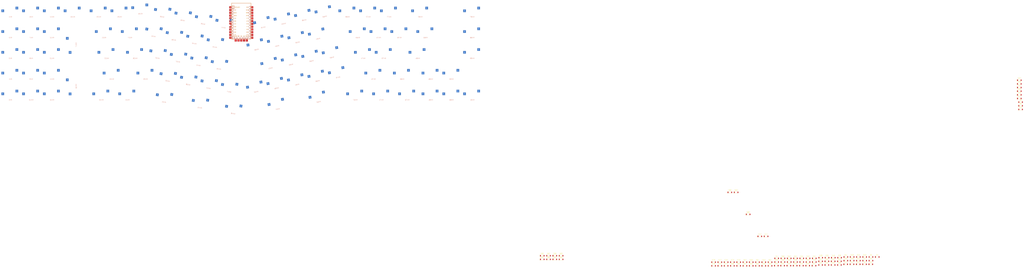
<source format=kicad_pcb>
(kicad_pcb (version 20171130) (host pcbnew "(5.1.10)-1")
  (layers (0 F.Cu signal) (31 B.Cu signal) (34 B.Paste user) (35 F.Paste user) (36 B.SilkS user) (37 F.SilkS user) (38 B.Mask user) (39 F.Mask user) (44 Edge.Cuts user))
  (net 0 "")
  (net 1 "Net-(D1-Pad2)")
  (net 2 Row0)
  (net 3 "Net-(D2-Pad2)")
  (net 4 Row1)
  (net 5 "Net-(D3-Pad2)")
  (net 6 Row2)
  (net 7 "Net-(D4-Pad2)")
  (net 8 Row3)
  (net 9 "Net-(D5-Pad2)")
  (net 10 Row4)
  (net 11 "Net-(D6-Pad2)")
  (net 12 "Net-(D7-Pad2)")
  (net 13 "Net-(D8-Pad2)")
  (net 14 "Net-(D9-Pad2)")
  (net 15 "Net-(D10-Pad2)")
  (net 16 "Net-(D11-Pad2)")
  (net 17 "Net-(D12-Pad2)")
  (net 18 "Net-(D13-Pad2)")
  (net 19 "Net-(D14-Pad2)")
  (net 20 "Net-(D15-Pad2)")
  (net 21 "Net-(D16-Pad2)")
  (net 22 "Net-(D17-Pad2)")
  (net 23 "Net-(D18-Pad2)")
  (net 24 "Net-(D19-Pad2)")
  (net 25 "Net-(D20-Pad2)")
  (net 26 "Net-(D21-Pad2)")
  (net 27 "Net-(D22-Pad2)")
  (net 28 "Net-(D23-Pad2)")
  (net 29 "Net-(D24-Pad2)")
  (net 30 "Net-(D25-Pad2)")
  (net 31 "Net-(D26-Pad2)")
  (net 32 "Net-(D27-Pad2)")
  (net 33 "Net-(D28-Pad2)")
  (net 34 "Net-(D29-Pad2)")
  (net 35 "Net-(D30-Pad2)")
  (net 36 "Net-(D31-Pad2)")
  (net 37 "Net-(D32-Pad2)")
  (net 38 "Net-(D33-Pad2)")
  (net 39 "Net-(D34-Pad2)")
  (net 40 "Net-(D35-Pad2)")
  (net 41 "Net-(D36-Pad2)")
  (net 42 "Net-(D37-Pad2)")
  (net 43 "Net-(D38-Pad2)")
  (net 44 "Net-(D39-Pad2)")
  (net 45 "Net-(D40-Pad2)")
  (net 46 "Net-(D41-Pad2)")
  (net 47 "Net-(D42-Pad2)")
  (net 48 "Net-(D43-Pad2)")
  (net 49 "Net-(D44-Pad2)")
  (net 50 "Net-(D45-Pad2)")
  (net 51 "Net-(D46-Pad2)")
  (net 52 "Net-(D47-Pad2)")
  (net 53 "Net-(D48-Pad2)")
  (net 54 "Net-(D49-Pad2)")
  (net 55 "Net-(D50-Pad2)")
  (net 56 "Net-(D51-Pad2)")
  (net 57 "Net-(D52-Pad2)")
  (net 58 "Net-(D53-Pad2)")
  (net 59 "Net-(D54-Pad2)")
  (net 60 "Net-(D55-Pad2)")
  (net 61 "Net-(D56-Pad2)")
  (net 62 "Net-(D57-Pad2)")
  (net 63 "Net-(D58-Pad2)")
  (net 64 "Net-(D59-Pad2)")
  (net 65 "Net-(D60-Pad2)")
  (net 66 "Net-(D61-Pad2)")
  (net 67 "Net-(D62-Pad2)")
  (net 68 "Net-(D63-Pad2)")
  (net 69 "Net-(D64-Pad2)")
  (net 70 "Net-(D65-Pad2)")
  (net 71 "Net-(D66-Pad2)")
  (net 72 "Net-(D67-Pad2)")
  (net 73 "Net-(D68-Pad2)")
  (net 74 "Net-(D69-Pad2)")
  (net 75 "Net-(D70-Pad2)")
  (net 76 "Net-(D71-Pad2)")
  (net 77 "Net-(D72-Pad2)")
  (net 78 "Net-(D73-Pad2)")
  (net 79 "Net-(D74-Pad2)")
  (net 80 "Net-(D75-Pad2)")
  (net 81 "Net-(D76-Pad2)")
  (net 82 "Net-(D77-Pad2)")
  (net 83 "Net-(D78-Pad2)")
  (net 84 "Net-(D79-Pad2)")
  (net 85 "Net-(D80-Pad2)")
  (net 86 "Net-(D81-Pad2)")
  (net 87 "Net-(D82-Pad2)")
  (net 88 "Net-(D83-Pad2)")
  (net 89 "Net-(D84-Pad2)")
  (net 90 "Net-(D85-Pad2)")
  (net 91 "Net-(D86-Pad2)")
  (net 92 "Net-(D87-Pad2)")
  (net 93 "Net-(D88-Pad2)")
  (net 94 "Net-(D89-Pad2)")
  (net 95 "Net-(D90-Pad2)")
  (net 96 "Net-(D91-Pad2)")
  (net 97 Col0)
  (net 98 Col1)
  (net 99 Col2)
  (net 100 Col3)
  (net 101 Col4)
  (net 102 Col5)
  (net 103 Col6)
  (net 104 Col7)
  (net 105 Col8)
  (net 106 Col9)
  (net 107 Col10)
  (net 108 Col11)
  (net 109 Col12)
  (net 110 Col13)
  (net 111 Col14)
  (net 112 Col15)
  (net 113 Col16)
  (net 114 Col17)
  (net 115 Col18)
  (net 116 "Net-(U1-Pad29)")
  (net 117 "Net-(U1-Pad28)")
  (net 118 "Net-(U1-Pad27)")
  (net 119 "Net-(U1-Pad26)")
  (net 120 "Net-(U1-Pad25)")
  (net 121 "Net-(U1-Pad24)")
  (net 122 "Net-(U1-Pad23)")
  (net 123 "Net-(U1-Pad22)")
  (net 124 "Net-(U1-Pad21)")
  (net 125 "Net-(U1-Pad20)")
  (net 126 "Net-(U1-Pad19)")
  (net 127 "Net-(U1-Pad18)")
  (net 128 "Net-(U1-Pad17)")
  (net 129 "Net-(U1-Pad16)")
  (net 130 "Net-(U1-Pad15)")
  (net 131 "Net-(U1-Pad14)")
  (net 132 "Net-(U1-Pad13)")
  (net 133 "Net-(U1-Pad12)")
  (net 134 "Net-(U1-Pad11)")
  (net 135 "Net-(U1-Pad10)")
  (net 136 "Net-(U1-Pad9)")
  (net 137 "Net-(U1-Pad8)")
  (net 138 "Net-(U1-Pad7)")
  (net 139 "Net-(U1-Pad6)")
  (net 140 "Net-(U1-Pad5)")
  (net 141 "Net-(U1-Pad4)")
  (net 142 "Net-(U1-Pad3)")
  (net 143 "Net-(U1-Pad2)")
  (net 144 "Net-(U1-Pad1)")
  (module MX_Alps_Hybrid:MXOnly-1U-Hotswap (layer F.Cu) (at 249.867122 6.373739 10)
    (fp_text reference MX53)
    (fp_text value KC_7)
    (fp_text user %R (at 0 3.048 10) (layer B.SilkS) (effects (justify mirror)))
    (pad 2 smd rect (at 5.842 -5.08 10) (size 2.55 2.5) (layers B.Cu B.Paste B.Mask) (net 58 "Net-(D53-Pad2)"))
    (pad 1 smd rect (at -7.085 -2.54 10) (size 2.55 2.5) (layers B.Cu B.Paste B.Mask) (net 108 Col11))
    (pad "" np_thru_hole circle (at 5.08 0 58.0996) (size 1.75 1.75) (drill 1.75) (layers *.Cu *.Mask))
    (pad "" np_thru_hole circle (at -5.08 0 58.0996) (size 1.75 1.75) (drill 1.75) (layers *.Cu *.Mask))
    (pad "" np_thru_hole circle (at -3.81 -2.54 10) (size 3 3) (drill 3) (layers *.Cu *.Mask))
    (pad "" np_thru_hole circle (at 0 0 10) (size 3.9878 3.9878) (drill 3.9878) (layers *.Cu *.Mask))
    (pad "" np_thru_hole circle (at 2.54 -5.08 10) (size 3 3) (drill 3) (layers *.Cu *.Mask))
  )
  (module Keebio-Parts:Elite-C-castellated-29pin-holes (layer F.Cu) (at 211.455 8.2042 270)
    (fp_text reference U1 hide)
    (fp_text value Elite-C hide)
    (fp_text user D2 (at -11.43 5.461) (layer B.SilkS) (effects (font (size 0.8 0.8)) (justify mirror)))
    (fp_text user D0 (at -1.27 5.461) (layer B.SilkS) (effects (font (size 0.8 0.8)) (justify mirror)))
    (fp_text user D1 (at -3.81 5.461) (layer B.SilkS) (effects (font (size 0.8 0.8)) (justify mirror)))
    (fp_text user GND (at -6.35 5.461) (layer B.SilkS) (effects (font (size 0.8 0.8)) (justify mirror)))
    (fp_text user GND (at -8.89 5.461) (layer B.SilkS) (effects (font (size 0.8 0.8)) (justify mirror)))
    (fp_text user D4 (at 1.27 5.461) (layer B.SilkS) (effects (font (size 0.8 0.8)) (justify mirror)))
    (fp_text user C6 (at 3.81 5.461) (layer B.SilkS) (effects (font (size 0.8 0.8)) (justify mirror)))
    (fp_text user D7 (at 6.35 5.461) (layer B.SilkS) (effects (font (size 0.8 0.8)) (justify mirror)))
    (fp_text user E6 (at 8.89 5.461) (layer B.SilkS) (effects (font (size 0.8 0.8)) (justify mirror)))
    (fp_text user B4 (at 11.43 5.461) (layer B.SilkS) (effects (font (size 0.8 0.8)) (justify mirror)))
    (fp_text user B5 (at 12.7 6.4 135) (layer B.SilkS) (effects (font (size 0.7 0.7)) (justify mirror)))
    (fp_text user B2 (at 11.43 -5.461) (layer F.SilkS) (effects (font (size 0.8 0.8))))
    (fp_text user B3 (at 8.89 -5.461) (layer B.SilkS) (effects (font (size 0.8 0.8)) (justify mirror)))
    (fp_text user B1 (at 6.35 -5.461) (layer B.SilkS) (effects (font (size 0.8 0.8)) (justify mirror)))
    (fp_text user F7 (at 3.81 -5.461) (layer F.SilkS) (effects (font (size 0.8 0.8))))
    (fp_text user F6 (at 1.27 -5.461) (layer F.SilkS) (effects (font (size 0.8 0.8))))
    (fp_text user F5 (at -1.27 -5.461) (layer F.SilkS) (effects (font (size 0.8 0.8))))
    (fp_text user F4 (at -3.81 -5.461) (layer B.SilkS) (effects (font (size 0.8 0.8)) (justify mirror)))
    (fp_text user VCC (at -6.35 -5.461) (layer B.SilkS) (effects (font (size 0.8 0.8)) (justify mirror)))
    (fp_text user GND (at -11.43 -5.461) (layer B.SilkS) (effects (font (size 0.8 0.8)) (justify mirror)))
    (fp_text user B0 (at -13.97 -5.461) (layer B.SilkS) (effects (font (size 0.8 0.8)) (justify mirror)))
    (fp_text user B0 (at -13.97 -5.461) (layer F.SilkS) (effects (font (size 0.8 0.8))))
    (fp_text user GND (at -11.43 -5.461) (layer F.SilkS) (effects (font (size 0.8 0.8))))
    (fp_text user ST (at -8.92 -5.73312) (layer F.SilkS) (effects (font (size 0.8 0.8))))
    (fp_text user VCC (at -6.35 -5.461) (layer F.SilkS) (effects (font (size 0.8 0.8))))
    (fp_text user F4 (at -3.81 -5.461) (layer F.SilkS) (effects (font (size 0.8 0.8))))
    (fp_text user F5 (at -1.27 -5.461) (layer B.SilkS) (effects (font (size 0.8 0.8)) (justify mirror)))
    (fp_text user F6 (at 1.27 -5.461) (layer B.SilkS) (effects (font (size 0.8 0.8)) (justify mirror)))
    (fp_text user F7 (at 3.81 -5.461) (layer B.SilkS) (effects (font (size 0.8 0.8)) (justify mirror)))
    (fp_text user B1 (at 6.35 -5.461) (layer F.SilkS) (effects (font (size 0.8 0.8))))
    (fp_text user B3 (at 8.89 -5.461) (layer F.SilkS) (effects (font (size 0.8 0.8))))
    (fp_text user B2 (at 11.43 -5.461) (layer B.SilkS) (effects (font (size 0.8 0.8)) (justify mirror)))
    (fp_text user B5 (at 12.7 6.4 135) (layer F.SilkS) (effects (font (size 0.7 0.7))))
    (fp_text user B4 (at 11.43 5.461) (layer F.SilkS) (effects (font (size 0.8 0.8))))
    (fp_text user E6 (at 8.89 5.461) (layer F.SilkS) (effects (font (size 0.8 0.8))))
    (fp_text user D7 (at 6.35 5.461) (layer F.SilkS) (effects (font (size 0.8 0.8))))
    (fp_text user C6 (at 3.81 5.461) (layer F.SilkS) (effects (font (size 0.8 0.8))))
    (fp_text user D4 (at 1.27 5.461) (layer F.SilkS) (effects (font (size 0.8 0.8))))
    (fp_text user GND (at -8.89 5.461) (layer F.SilkS) (effects (font (size 0.8 0.8))))
    (fp_text user GND (at -6.35 5.461) (layer F.SilkS) (effects (font (size 0.8 0.8))))
    (fp_text user D1 (at -3.81 5.461) (layer F.SilkS) (effects (font (size 0.8 0.8))))
    (fp_text user D0 (at -1.27 5.461) (layer F.SilkS) (effects (font (size 0.8 0.8))))
    (fp_text user D2 (at -11.43 5.461) (layer F.SilkS) (effects (font (size 0.8 0.8))))
    (fp_text user TX0/D3 (at -13.97 3.571872) (layer B.SilkS) (effects (font (size 0.8 0.8)) (justify mirror)))
    (fp_text user TX0/D3 (at -13.97 3.571872) (layer F.SilkS) (effects (font (size 0.8 0.8))))
    (fp_text user ST (at -8.91 -5.04) (layer B.SilkS) (effects (font (size 0.8 0.8)) (justify mirror)))
    (fp_text user B7 (at 12.6 4.5) (layer F.SilkS) (effects (font (size 0.7 0.7))))
    (fp_text user B7 (at 12.6 4.5) (layer B.SilkS) (effects (font (size 0.7 0.7)) (justify mirror)))
    (fp_text user F0 (at 12.6 -4.5) (layer B.SilkS) (effects (font (size 0.7 0.7)) (justify mirror)))
    (fp_text user F0 (at 12.6 -4.5) (layer F.SilkS) (effects (font (size 0.7 0.7))))
    (fp_text user B6 (at 12.7 -6.4 45 unlocked) (layer F.SilkS) (effects (font (size 0.7 0.7))))
    (fp_text user B6 (at 12.7 -6.4 45 unlocked) (layer B.SilkS) (effects (font (size 0.7 0.7)) (justify mirror)))
    (fp_text user C7 (at 12.4 0) (layer F.SilkS) (effects (font (size 0.8 0.8))))
    (fp_text user C7 (at 12.4 0) (layer B.SilkS) (effects (font (size 0.8 0.8)) (justify mirror)))
    (fp_text user F1 (at 12.4 -2.54) (layer B.SilkS) (effects (font (size 0.8 0.8)) (justify mirror)))
    (fp_text user F1 (at 12.4 -2.54) (layer F.SilkS) (effects (font (size 0.8 0.8))))
    (fp_text user D5 (at 12.4 2.54) (layer F.SilkS) (effects (font (size 0.8 0.8))))
    (fp_text user D5 (at 12.4 2.54) (layer B.SilkS) (effects (font (size 0.8 0.8)) (justify mirror)))
    (pad 29 smd rect (at 15.875 -5.08) (size 2 3.25) (layers F.Cu F.Paste F.Mask) (net 116 "Net-(U1-Pad29)"))
    (pad 28 smd rect (at 15.875 -2.54) (size 2 3.25) (layers F.Cu F.Paste F.Mask) (net 117 "Net-(U1-Pad28)"))
    (pad 27 smd rect (at 15.875 0) (size 2 3.25) (layers F.Cu F.Paste F.Mask) (net 118 "Net-(U1-Pad27)"))
    (pad 26 smd rect (at 15.875 2.54) (size 2 3.25) (layers F.Cu F.Paste F.Mask) (net 119 "Net-(U1-Pad26)"))
    (pad 25 smd rect (at 15.875 5.08) (size 2 3.25) (layers F.Cu F.Paste F.Mask) (net 120 "Net-(U1-Pad25)"))
    (pad 24 smd rect (at -13.97 -9.398 270) (size 2 3.25) (layers F.Cu F.Paste F.Mask) (net 121 "Net-(U1-Pad24)"))
    (pad 23 smd rect (at -11.43 -9.398 270) (size 2 3.25) (layers F.Cu F.Paste F.Mask) (net 122 "Net-(U1-Pad23)"))
    (pad 22 smd rect (at -8.89 -9.398 270) (size 2 3.25) (layers F.Cu F.Paste F.Mask) (net 123 "Net-(U1-Pad22)"))
    (pad 21 smd rect (at -6.35 -9.398 270) (size 2 3.25) (layers F.Cu F.Paste F.Mask) (net 124 "Net-(U1-Pad21)"))
    (pad 20 smd rect (at -3.81 -9.398 270) (size 2 3.25) (layers F.Cu F.Paste F.Mask) (net 125 "Net-(U1-Pad20)"))
    (pad 19 smd rect (at -1.27 -9.398 270) (size 2 3.25) (layers F.Cu F.Paste F.Mask) (net 126 "Net-(U1-Pad19)"))
    (pad 18 smd rect (at 1.27 -9.398 270) (size 2 3.25) (layers F.Cu F.Paste F.Mask) (net 127 "Net-(U1-Pad18)"))
    (pad 17 smd rect (at 3.81 -9.398 270) (size 2 3.25) (layers F.Cu F.Paste F.Mask) (net 128 "Net-(U1-Pad17)"))
    (pad 16 smd rect (at 6.35 -9.398 270) (size 2 3.25) (layers F.Cu F.Paste F.Mask) (net 129 "Net-(U1-Pad16)"))
    (pad 15 smd rect (at 8.89 -9.398 270) (size 2 3.25) (layers F.Cu F.Paste F.Mask) (net 130 "Net-(U1-Pad15)"))
    (pad 14 smd rect (at 11.43 -9.398 270) (size 2 3.25) (layers F.Cu F.Paste F.Mask) (net 131 "Net-(U1-Pad14)"))
    (pad 13 smd rect (at 13.97 -9.398 270) (size 2 3.25) (layers F.Cu F.Paste F.Mask) (net 132 "Net-(U1-Pad13)"))
    (pad 12 smd rect (at 13.97 9.398 270) (size 2 3.25) (layers F.Cu F.Paste F.Mask) (net 133 "Net-(U1-Pad12)"))
    (pad 11 smd rect (at 11.43 9.398 270) (size 2 3.25) (layers F.Cu F.Paste F.Mask) (net 134 "Net-(U1-Pad11)"))
    (pad 10 smd rect (at 8.89 9.398 270) (size 2 3.25) (layers F.Cu F.Paste F.Mask) (net 135 "Net-(U1-Pad10)"))
    (pad 9 smd rect (at 6.35 9.398 270) (size 2 3.25) (layers F.Cu F.Paste F.Mask) (net 136 "Net-(U1-Pad9)"))
    (pad 8 smd rect (at 3.81 9.398 270) (size 2 3.25) (layers F.Cu F.Paste F.Mask) (net 137 "Net-(U1-Pad8)"))
    (pad 7 smd rect (at 1.27 9.398 270) (size 2 3.25) (layers F.Cu F.Paste F.Mask) (net 138 "Net-(U1-Pad7)"))
    (pad 6 smd rect (at -1.27 9.398 270) (size 2 3.25) (layers F.Cu F.Paste F.Mask) (net 139 "Net-(U1-Pad6)"))
    (pad 5 smd rect (at -3.81 9.398 270) (size 2 3.25) (layers F.Cu F.Paste F.Mask) (net 140 "Net-(U1-Pad5)"))
    (pad 4 smd rect (at -6.35 9.398 270) (size 2 3.25) (layers F.Cu F.Paste F.Mask) (net 141 "Net-(U1-Pad4)"))
    (pad 3 smd rect (at -8.89 9.398 270) (size 2 3.25) (layers F.Cu F.Paste F.Mask) (net 142 "Net-(U1-Pad3)"))
    (pad 2 smd rect (at -11.43 9.398 270) (size 2 3.25) (layers F.Cu F.Paste F.Mask) (net 143 "Net-(U1-Pad2)"))
    (pad 1 smd rect (at -13.97 9.398 270) (size 2 3.25) (layers F.Cu F.Paste F.Mask) (net 144 "Net-(U1-Pad1)"))
    (pad 25 thru_hole circle (at 13.97 5.08 270) (size 1.7526 1.7526) (drill 1.0922) (layers *.Cu *.SilkS *.Mask) (net 120 "Net-(U1-Pad25)"))
    (pad 26 thru_hole circle (at 13.97 2.54 270) (size 1.7526 1.7526) (drill 1.0922) (layers *.Cu *.SilkS *.Mask) (net 119 "Net-(U1-Pad26)"))
    (pad 27 thru_hole circle (at 13.97 0 270) (size 1.7526 1.7526) (drill 1.0922) (layers *.Cu *.SilkS *.Mask) (net 118 "Net-(U1-Pad27)"))
    (pad 28 thru_hole circle (at 13.97 -2.54 270) (size 1.7526 1.7526) (drill 1.0922) (layers *.Cu *.SilkS *.Mask) (net 117 "Net-(U1-Pad28)"))
    (pad 29 thru_hole circle (at 13.97 -5.08 270) (size 1.7526 1.7526) (drill 1.0922) (layers *.Cu *.SilkS *.Mask) (net 116 "Net-(U1-Pad29)"))
    (pad 24 thru_hole circle (at -13.97 -7.62 270) (size 1.7526 1.7526) (drill 1.0922) (layers *.Cu *.SilkS *.Mask) (net 121 "Net-(U1-Pad24)"))
    (pad 12 thru_hole circle (at 13.97 7.3914 270) (size 1.7526 1.7526) (drill 1.0922) (layers *.Cu *.SilkS *.Mask) (net 133 "Net-(U1-Pad12)"))
    (pad 23 thru_hole circle (at -11.43 -7.62 270) (size 1.7526 1.7526) (drill 1.0922) (layers *.Cu *.SilkS *.Mask) (net 122 "Net-(U1-Pad23)"))
    (pad 22 thru_hole circle (at -8.89 -7.62 270) (size 1.7526 1.7526) (drill 1.0922) (layers *.Cu *.SilkS *.Mask) (net 123 "Net-(U1-Pad22)"))
    (pad 21 thru_hole circle (at -6.35 -7.62 270) (size 1.7526 1.7526) (drill 1.0922) (layers *.Cu *.SilkS *.Mask) (net 124 "Net-(U1-Pad21)"))
    (pad 20 thru_hole circle (at -3.81 -7.62 270) (size 1.7526 1.7526) (drill 1.0922) (layers *.Cu *.SilkS *.Mask) (net 125 "Net-(U1-Pad20)"))
    (pad 19 thru_hole circle (at -1.27 -7.62 270) (size 1.7526 1.7526) (drill 1.0922) (layers *.Cu *.SilkS *.Mask) (net 126 "Net-(U1-Pad19)"))
    (pad 18 thru_hole circle (at 1.27 -7.62 270) (size 1.7526 1.7526) (drill 1.0922) (layers *.Cu *.SilkS *.Mask) (net 127 "Net-(U1-Pad18)"))
    (pad 17 thru_hole circle (at 3.81 -7.62 270) (size 1.7526 1.7526) (drill 1.0922) (layers *.Cu *.SilkS *.Mask) (net 128 "Net-(U1-Pad17)"))
    (pad 16 thru_hole circle (at 6.35 -7.62 270) (size 1.7526 1.7526) (drill 1.0922) (layers *.Cu *.SilkS *.Mask) (net 129 "Net-(U1-Pad16)"))
    (pad 15 thru_hole circle (at 8.89 -7.62 270) (size 1.7526 1.7526) (drill 1.0922) (layers *.Cu *.SilkS *.Mask) (net 130 "Net-(U1-Pad15)"))
    (pad 14 thru_hole circle (at 11.43 -7.62 270) (size 1.7526 1.7526) (drill 1.0922) (layers *.Cu *.SilkS *.Mask) (net 131 "Net-(U1-Pad14)"))
    (pad 13 thru_hole circle (at 13.97 -7.62 270) (size 1.7526 1.7526) (drill 1.0922) (layers *.Cu *.SilkS *.Mask) (net 132 "Net-(U1-Pad13)"))
    (pad 11 thru_hole circle (at 11.43 7.62 270) (size 1.7526 1.7526) (drill 1.0922) (layers *.Cu *.SilkS *.Mask) (net 134 "Net-(U1-Pad11)"))
    (pad 10 thru_hole circle (at 8.89 7.62 270) (size 1.7526 1.7526) (drill 1.0922) (layers *.Cu *.SilkS *.Mask) (net 135 "Net-(U1-Pad10)"))
    (pad 9 thru_hole circle (at 6.35 7.62 270) (size 1.7526 1.7526) (drill 1.0922) (layers *.Cu *.SilkS *.Mask) (net 136 "Net-(U1-Pad9)"))
    (pad 8 thru_hole circle (at 3.81 7.62 270) (size 1.7526 1.7526) (drill 1.0922) (layers *.Cu *.SilkS *.Mask) (net 137 "Net-(U1-Pad8)"))
    (pad 7 thru_hole circle (at 1.27 7.62 270) (size 1.7526 1.7526) (drill 1.0922) (layers *.Cu *.SilkS *.Mask) (net 138 "Net-(U1-Pad7)"))
    (pad 6 thru_hole circle (at -1.27 7.62 270) (size 1.7526 1.7526) (drill 1.0922) (layers *.Cu *.SilkS *.Mask) (net 139 "Net-(U1-Pad6)"))
    (pad 5 thru_hole circle (at -3.81 7.62 270) (size 1.7526 1.7526) (drill 1.0922) (layers *.Cu *.SilkS *.Mask) (net 140 "Net-(U1-Pad5)"))
    (pad 4 thru_hole circle (at -6.35 7.62 270) (size 1.7526 1.7526) (drill 1.0922) (layers *.Cu *.SilkS *.Mask) (net 141 "Net-(U1-Pad4)"))
    (pad 3 thru_hole circle (at -8.89 7.62 270) (size 1.7526 1.7526) (drill 1.0922) (layers *.Cu *.SilkS *.Mask) (net 142 "Net-(U1-Pad3)"))
    (pad 2 thru_hole circle (at -11.43 7.62 270) (size 1.7526 1.7526) (drill 1.0922) (layers *.Cu *.SilkS *.Mask) (net 143 "Net-(U1-Pad2)"))
    (pad 1 thru_hole rect (at -13.97 7.62 270) (size 1.7526 1.7526) (drill 1.0922) (layers *.Cu *.SilkS *.Mask) (net 144 "Net-(U1-Pad1)"))
  )
  (module MX_Alps_Hybrid:MXOnly-1U-Hotswap (layer F.Cu) (at 423.119546 76.2)
    (fp_text reference MX91)
    (fp_text value KC_RIGHT)
    (fp_text user %R (at 0 3.048) (layer B.SilkS) (effects (justify mirror)))
    (pad 2 smd rect (at 5.842 -5.08) (size 2.55 2.5) (layers B.Cu B.Paste B.Mask) (net 96 "Net-(D91-Pad2)"))
    (pad 1 smd rect (at -7.085 -2.54) (size 2.55 2.5) (layers B.Cu B.Paste B.Mask) (net 115 Col18))
    (pad "" np_thru_hole circle (at 5.08 0 48.0996) (size 1.75 1.75) (drill 1.75) (layers *.Cu *.Mask))
    (pad "" np_thru_hole circle (at -5.08 0 48.0996) (size 1.75 1.75) (drill 1.75) (layers *.Cu *.Mask))
    (pad "" np_thru_hole circle (at -3.81 -2.54) (size 3 3) (drill 3) (layers *.Cu *.Mask))
    (pad "" np_thru_hole circle (at 0 0) (size 3.9878 3.9878) (drill 3.9878) (layers *.Cu *.Mask))
    (pad "" np_thru_hole circle (at 2.54 -5.08) (size 3 3) (drill 3) (layers *.Cu *.Mask))
  )
  (module MX_Alps_Hybrid:MXOnly-1U-Hotswap (layer F.Cu) (at 404.069546 57.15)
    (fp_text reference MX90)
    (fp_text value KC_UP)
    (fp_text user %R (at 0 3.048) (layer B.SilkS) (effects (justify mirror)))
    (pad 2 smd rect (at 5.842 -5.08) (size 2.55 2.5) (layers B.Cu B.Paste B.Mask) (net 95 "Net-(D90-Pad2)"))
    (pad 1 smd rect (at -7.085 -2.54) (size 2.55 2.5) (layers B.Cu B.Paste B.Mask) (net 115 Col18))
    (pad "" np_thru_hole circle (at 5.08 0 48.0996) (size 1.75 1.75) (drill 1.75) (layers *.Cu *.Mask))
    (pad "" np_thru_hole circle (at -5.08 0 48.0996) (size 1.75 1.75) (drill 1.75) (layers *.Cu *.Mask))
    (pad "" np_thru_hole circle (at -3.81 -2.54) (size 3 3) (drill 3) (layers *.Cu *.Mask))
    (pad "" np_thru_hole circle (at 0 0) (size 3.9878 3.9878) (drill 3.9878) (layers *.Cu *.Mask))
    (pad "" np_thru_hole circle (at 2.54 -5.08) (size 3 3) (drill 3) (layers *.Cu *.Mask))
  )
  (module MX_Alps_Hybrid:MXOnly-1U-Hotswap (layer F.Cu) (at 423.119546 38.1)
    (fp_text reference MX89)
    (fp_text value KC_PGDN)
    (fp_text user %R (at 0 3.048) (layer B.SilkS) (effects (justify mirror)))
    (pad 2 smd rect (at 5.842 -5.08) (size 2.55 2.5) (layers B.Cu B.Paste B.Mask) (net 94 "Net-(D89-Pad2)"))
    (pad 1 smd rect (at -7.085 -2.54) (size 2.55 2.5) (layers B.Cu B.Paste B.Mask) (net 115 Col18))
    (pad "" np_thru_hole circle (at 5.08 0 48.0996) (size 1.75 1.75) (drill 1.75) (layers *.Cu *.Mask))
    (pad "" np_thru_hole circle (at -5.08 0 48.0996) (size 1.75 1.75) (drill 1.75) (layers *.Cu *.Mask))
    (pad "" np_thru_hole circle (at -3.81 -2.54) (size 3 3) (drill 3) (layers *.Cu *.Mask))
    (pad "" np_thru_hole circle (at 0 0) (size 3.9878 3.9878) (drill 3.9878) (layers *.Cu *.Mask))
    (pad "" np_thru_hole circle (at 2.54 -5.08) (size 3 3) (drill 3) (layers *.Cu *.Mask))
  )
  (module MX_Alps_Hybrid:MXOnly-1U-Hotswap (layer F.Cu) (at 423.119546 19.05)
    (fp_text reference MX88)
    (fp_text value KC_PGUP)
    (fp_text user %R (at 0 3.048) (layer B.SilkS) (effects (justify mirror)))
    (pad 2 smd rect (at 5.842 -5.08) (size 2.55 2.5) (layers B.Cu B.Paste B.Mask) (net 93 "Net-(D88-Pad2)"))
    (pad 1 smd rect (at -7.085 -2.54) (size 2.55 2.5) (layers B.Cu B.Paste B.Mask) (net 115 Col18))
    (pad "" np_thru_hole circle (at 5.08 0 48.0996) (size 1.75 1.75) (drill 1.75) (layers *.Cu *.Mask))
    (pad "" np_thru_hole circle (at -5.08 0 48.0996) (size 1.75 1.75) (drill 1.75) (layers *.Cu *.Mask))
    (pad "" np_thru_hole circle (at -3.81 -2.54) (size 3 3) (drill 3) (layers *.Cu *.Mask))
    (pad "" np_thru_hole circle (at 0 0) (size 3.9878 3.9878) (drill 3.9878) (layers *.Cu *.Mask))
    (pad "" np_thru_hole circle (at 2.54 -5.08) (size 3 3) (drill 3) (layers *.Cu *.Mask))
  )
  (module MX_Alps_Hybrid:MXOnly-1U-Hotswap (layer F.Cu) (at 423.119546 0)
    (fp_text reference MX87)
    (fp_text value KC_DEL)
    (fp_text user %R (at 0 3.048) (layer B.SilkS) (effects (justify mirror)))
    (pad 2 smd rect (at 5.842 -5.08) (size 2.55 2.5) (layers B.Cu B.Paste B.Mask) (net 92 "Net-(D87-Pad2)"))
    (pad 1 smd rect (at -7.085 -2.54) (size 2.55 2.5) (layers B.Cu B.Paste B.Mask) (net 115 Col18))
    (pad "" np_thru_hole circle (at 5.08 0 48.0996) (size 1.75 1.75) (drill 1.75) (layers *.Cu *.Mask))
    (pad "" np_thru_hole circle (at -5.08 0 48.0996) (size 1.75 1.75) (drill 1.75) (layers *.Cu *.Mask))
    (pad "" np_thru_hole circle (at -3.81 -2.54) (size 3 3) (drill 3) (layers *.Cu *.Mask))
    (pad "" np_thru_hole circle (at 0 0) (size 3.9878 3.9878) (drill 3.9878) (layers *.Cu *.Mask))
    (pad "" np_thru_hole circle (at 2.54 -5.08) (size 3 3) (drill 3) (layers *.Cu *.Mask))
  )
  (module MX_Alps_Hybrid:MXOnly-1U-Hotswap (layer F.Cu) (at 404.069546 76.2)
    (fp_text reference MX86)
    (fp_text value KC_DOWN)
    (fp_text user %R (at 0 3.048) (layer B.SilkS) (effects (justify mirror)))
    (pad 2 smd rect (at 5.842 -5.08) (size 2.55 2.5) (layers B.Cu B.Paste B.Mask) (net 91 "Net-(D86-Pad2)"))
    (pad 1 smd rect (at -7.085 -2.54) (size 2.55 2.5) (layers B.Cu B.Paste B.Mask) (net 114 Col17))
    (pad "" np_thru_hole circle (at 5.08 0 48.0996) (size 1.75 1.75) (drill 1.75) (layers *.Cu *.Mask))
    (pad "" np_thru_hole circle (at -5.08 0 48.0996) (size 1.75 1.75) (drill 1.75) (layers *.Cu *.Mask))
    (pad "" np_thru_hole circle (at -3.81 -2.54) (size 3 3) (drill 3) (layers *.Cu *.Mask))
    (pad "" np_thru_hole circle (at 0 0) (size 3.9878 3.9878) (drill 3.9878) (layers *.Cu *.Mask))
    (pad "" np_thru_hole circle (at 2.54 -5.08) (size 3 3) (drill 3) (layers *.Cu *.Mask))
  )
  (module MX_Alps_Hybrid:MXOnly-1U-Hotswap (layer F.Cu) (at 385.019546 57.15)
    (fp_text reference MX85)
    (fp_text value "MO(1)")
    (fp_text user %R (at 0 3.048) (layer B.SilkS) (effects (justify mirror)))
    (pad 2 smd rect (at 5.842 -5.08) (size 2.55 2.5) (layers B.Cu B.Paste B.Mask) (net 90 "Net-(D85-Pad2)"))
    (pad 1 smd rect (at -7.085 -2.54) (size 2.55 2.5) (layers B.Cu B.Paste B.Mask) (net 114 Col17))
    (pad "" np_thru_hole circle (at 5.08 0 48.0996) (size 1.75 1.75) (drill 1.75) (layers *.Cu *.Mask))
    (pad "" np_thru_hole circle (at -5.08 0 48.0996) (size 1.75 1.75) (drill 1.75) (layers *.Cu *.Mask))
    (pad "" np_thru_hole circle (at -3.81 -2.54) (size 3 3) (drill 3) (layers *.Cu *.Mask))
    (pad "" np_thru_hole circle (at 0 0) (size 3.9878 3.9878) (drill 3.9878) (layers *.Cu *.Mask))
    (pad "" np_thru_hole circle (at 2.54 -5.08) (size 3 3) (drill 3) (layers *.Cu *.Mask))
  )
  (module MX_Alps_Hybrid:MXOnly-2.25U-Hotswap (layer F.Cu) (at 373.113296 38.1)
    (fp_text reference MX84)
    (fp_text value KC_ENT)
    (fp_text user %R (at 0 3.048) (layer B.SilkS) (effects (justify mirror)))
    (pad "" np_thru_hole circle (at -11.938 8.255) (size 3.9878 3.9878) (drill 3.9878) (layers *.Cu *.Mask))
    (pad "" np_thru_hole circle (at 11.938 8.255) (size 3.9878 3.9878) (drill 3.9878) (layers *.Cu *.Mask))
    (pad "" np_thru_hole circle (at -11.938 -6.985) (size 3.048 3.048) (drill 3.048) (layers *.Cu *.Mask))
    (pad "" np_thru_hole circle (at 11.938 -6.985) (size 3.048 3.048) (drill 3.048) (layers *.Cu *.Mask))
    (pad 2 smd rect (at 5.842 -5.08) (size 2.55 2.5) (layers B.Cu B.Paste B.Mask) (net 89 "Net-(D84-Pad2)"))
    (pad 1 smd rect (at -7.085 -2.54) (size 2.55 2.5) (layers B.Cu B.Paste B.Mask) (net 114 Col17))
    (pad "" np_thru_hole circle (at 5.08 0 48.0996) (size 1.75 1.75) (drill 1.75) (layers *.Cu *.Mask))
    (pad "" np_thru_hole circle (at -5.08 0 48.0996) (size 1.75 1.75) (drill 1.75) (layers *.Cu *.Mask))
    (pad "" np_thru_hole circle (at -3.81 -2.54) (size 3 3) (drill 3) (layers *.Cu *.Mask))
    (pad "" np_thru_hole circle (at 0 0) (size 3.9878 3.9878) (drill 3.9878) (layers *.Cu *.Mask))
    (pad "" np_thru_hole circle (at 2.54 -5.08) (size 3 3) (drill 3) (layers *.Cu *.Mask))
  )
  (module MX_Alps_Hybrid:MXOnly-1.5U-Hotswap (layer F.Cu) (at 380.257046 19.05)
    (fp_text reference MX83)
    (fp_text value KC_BSLS)
    (fp_text user %R (at 0 3.048) (layer B.SilkS) (effects (justify mirror)))
    (pad 2 smd rect (at 5.842 -5.08) (size 2.55 2.5) (layers B.Cu B.Paste B.Mask) (net 88 "Net-(D83-Pad2)"))
    (pad 1 smd rect (at -7.085 -2.54) (size 2.55 2.5) (layers B.Cu B.Paste B.Mask) (net 114 Col17))
    (pad "" np_thru_hole circle (at 5.08 0 48.0996) (size 1.75 1.75) (drill 1.75) (layers *.Cu *.Mask))
    (pad "" np_thru_hole circle (at -5.08 0 48.0996) (size 1.75 1.75) (drill 1.75) (layers *.Cu *.Mask))
    (pad "" np_thru_hole circle (at -3.81 -2.54) (size 3 3) (drill 3) (layers *.Cu *.Mask))
    (pad "" np_thru_hole circle (at 0 0) (size 3.9878 3.9878) (drill 3.9878) (layers *.Cu *.Mask))
    (pad "" np_thru_hole circle (at 2.54 -5.08) (size 3 3) (drill 3) (layers *.Cu *.Mask))
  )
  (module MX_Alps_Hybrid:MXOnly-2U-Hotswap (layer F.Cu) (at 375.494546 0)
    (fp_text reference MX82)
    (fp_text value KC_BSPC)
    (fp_text user %R (at 0 3.048) (layer B.SilkS) (effects (justify mirror)))
    (pad "" np_thru_hole circle (at -11.938 8.255) (size 3.9878 3.9878) (drill 3.9878) (layers *.Cu *.Mask))
    (pad "" np_thru_hole circle (at 11.938 8.255) (size 3.9878 3.9878) (drill 3.9878) (layers *.Cu *.Mask))
    (pad "" np_thru_hole circle (at -11.938 -6.985) (size 3.048 3.048) (drill 3.048) (layers *.Cu *.Mask))
    (pad "" np_thru_hole circle (at 11.938 -6.985) (size 3.048 3.048) (drill 3.048) (layers *.Cu *.Mask))
    (pad 2 smd rect (at 5.842 -5.08) (size 2.55 2.5) (layers B.Cu B.Paste B.Mask) (net 87 "Net-(D82-Pad2)"))
    (pad 1 smd rect (at -7.085 -2.54) (size 2.55 2.5) (layers B.Cu B.Paste B.Mask) (net 114 Col17))
    (pad "" np_thru_hole circle (at 5.08 0 48.0996) (size 1.75 1.75) (drill 1.75) (layers *.Cu *.Mask))
    (pad "" np_thru_hole circle (at -5.08 0 48.0996) (size 1.75 1.75) (drill 1.75) (layers *.Cu *.Mask))
    (pad "" np_thru_hole circle (at -3.81 -2.54) (size 3 3) (drill 3) (layers *.Cu *.Mask))
    (pad "" np_thru_hole circle (at 0 0) (size 3.9878 3.9878) (drill 3.9878) (layers *.Cu *.Mask))
    (pad "" np_thru_hole circle (at 2.54 -5.08) (size 3 3) (drill 3) (layers *.Cu *.Mask))
  )
  (module MX_Alps_Hybrid:MXOnly-1U-Hotswap (layer F.Cu) (at 385.019546 76.2)
    (fp_text reference MX81)
    (fp_text value KC_LEFT)
    (fp_text user %R (at 0 3.048) (layer B.SilkS) (effects (justify mirror)))
    (pad 2 smd rect (at 5.842 -5.08) (size 2.55 2.5) (layers B.Cu B.Paste B.Mask) (net 86 "Net-(D81-Pad2)"))
    (pad 1 smd rect (at -7.085 -2.54) (size 2.55 2.5) (layers B.Cu B.Paste B.Mask) (net 113 Col16))
    (pad "" np_thru_hole circle (at 5.08 0 48.0996) (size 1.75 1.75) (drill 1.75) (layers *.Cu *.Mask))
    (pad "" np_thru_hole circle (at -5.08 0 48.0996) (size 1.75 1.75) (drill 1.75) (layers *.Cu *.Mask))
    (pad "" np_thru_hole circle (at -3.81 -2.54) (size 3 3) (drill 3) (layers *.Cu *.Mask))
    (pad "" np_thru_hole circle (at 0 0) (size 3.9878 3.9878) (drill 3.9878) (layers *.Cu *.Mask))
    (pad "" np_thru_hole circle (at 2.54 -5.08) (size 3 3) (drill 3) (layers *.Cu *.Mask))
  )
  (module MX_Alps_Hybrid:MXOnly-1.75U-Hotswap (layer F.Cu) (at 358.825796 57.15)
    (fp_text reference MX80)
    (fp_text value KC_RSFT)
    (fp_text user %R (at 0 3.048) (layer B.SilkS) (effects (justify mirror)))
    (pad 2 smd rect (at 5.842 -5.08) (size 2.55 2.5) (layers B.Cu B.Paste B.Mask) (net 85 "Net-(D80-Pad2)"))
    (pad 1 smd rect (at -7.085 -2.54) (size 2.55 2.5) (layers B.Cu B.Paste B.Mask) (net 113 Col16))
    (pad "" np_thru_hole circle (at 5.08 0 48.0996) (size 1.75 1.75) (drill 1.75) (layers *.Cu *.Mask))
    (pad "" np_thru_hole circle (at -5.08 0 48.0996) (size 1.75 1.75) (drill 1.75) (layers *.Cu *.Mask))
    (pad "" np_thru_hole circle (at -3.81 -2.54) (size 3 3) (drill 3) (layers *.Cu *.Mask))
    (pad "" np_thru_hole circle (at 0 0) (size 3.9878 3.9878) (drill 3.9878) (layers *.Cu *.Mask))
    (pad "" np_thru_hole circle (at 2.54 -5.08) (size 3 3) (drill 3) (layers *.Cu *.Mask))
  )
  (module MX_Alps_Hybrid:MXOnly-1U-Hotswap (layer F.Cu) (at 342.157046 38.1)
    (fp_text reference MX79)
    (fp_text value KC_QUOT)
    (fp_text user %R (at 0 3.048) (layer B.SilkS) (effects (justify mirror)))
    (pad 2 smd rect (at 5.842 -5.08) (size 2.55 2.5) (layers B.Cu B.Paste B.Mask) (net 84 "Net-(D79-Pad2)"))
    (pad 1 smd rect (at -7.085 -2.54) (size 2.55 2.5) (layers B.Cu B.Paste B.Mask) (net 113 Col16))
    (pad "" np_thru_hole circle (at 5.08 0 48.0996) (size 1.75 1.75) (drill 1.75) (layers *.Cu *.Mask))
    (pad "" np_thru_hole circle (at -5.08 0 48.0996) (size 1.75 1.75) (drill 1.75) (layers *.Cu *.Mask))
    (pad "" np_thru_hole circle (at -3.81 -2.54) (size 3 3) (drill 3) (layers *.Cu *.Mask))
    (pad "" np_thru_hole circle (at 0 0) (size 3.9878 3.9878) (drill 3.9878) (layers *.Cu *.Mask))
    (pad "" np_thru_hole circle (at 2.54 -5.08) (size 3 3) (drill 3) (layers *.Cu *.Mask))
  )
  (module MX_Alps_Hybrid:MXOnly-1U-Hotswap (layer F.Cu) (at 356.444546 19.05)
    (fp_text reference MX78)
    (fp_text value KC_RBRC)
    (fp_text user %R (at 0 3.048) (layer B.SilkS) (effects (justify mirror)))
    (pad 2 smd rect (at 5.842 -5.08) (size 2.55 2.5) (layers B.Cu B.Paste B.Mask) (net 83 "Net-(D78-Pad2)"))
    (pad 1 smd rect (at -7.085 -2.54) (size 2.55 2.5) (layers B.Cu B.Paste B.Mask) (net 113 Col16))
    (pad "" np_thru_hole circle (at 5.08 0 48.0996) (size 1.75 1.75) (drill 1.75) (layers *.Cu *.Mask))
    (pad "" np_thru_hole circle (at -5.08 0 48.0996) (size 1.75 1.75) (drill 1.75) (layers *.Cu *.Mask))
    (pad "" np_thru_hole circle (at -3.81 -2.54) (size 3 3) (drill 3) (layers *.Cu *.Mask))
    (pad "" np_thru_hole circle (at 0 0) (size 3.9878 3.9878) (drill 3.9878) (layers *.Cu *.Mask))
    (pad "" np_thru_hole circle (at 2.54 -5.08) (size 3 3) (drill 3) (layers *.Cu *.Mask))
  )
  (module MX_Alps_Hybrid:MXOnly-1U-Hotswap (layer F.Cu) (at 346.919546 0)
    (fp_text reference MX77)
    (fp_text value KC_EQL)
    (fp_text user %R (at 0 3.048) (layer B.SilkS) (effects (justify mirror)))
    (pad 2 smd rect (at 5.842 -5.08) (size 2.55 2.5) (layers B.Cu B.Paste B.Mask) (net 82 "Net-(D77-Pad2)"))
    (pad 1 smd rect (at -7.085 -2.54) (size 2.55 2.5) (layers B.Cu B.Paste B.Mask) (net 113 Col16))
    (pad "" np_thru_hole circle (at 5.08 0 48.0996) (size 1.75 1.75) (drill 1.75) (layers *.Cu *.Mask))
    (pad "" np_thru_hole circle (at -5.08 0 48.0996) (size 1.75 1.75) (drill 1.75) (layers *.Cu *.Mask))
    (pad "" np_thru_hole circle (at -3.81 -2.54) (size 3 3) (drill 3) (layers *.Cu *.Mask))
    (pad "" np_thru_hole circle (at 0 0) (size 3.9878 3.9878) (drill 3.9878) (layers *.Cu *.Mask))
    (pad "" np_thru_hole circle (at 2.54 -5.08) (size 3 3) (drill 3) (layers *.Cu *.Mask))
  )
  (module MX_Alps_Hybrid:MXOnly-1.25U-Hotswap (layer F.Cu) (at 363.588296 76.2)
    (fp_text reference MX76)
    (fp_text value KC_RCTL)
    (fp_text user %R (at 0 3.048) (layer B.SilkS) (effects (justify mirror)))
    (pad 2 smd rect (at 5.842 -5.08) (size 2.55 2.5) (layers B.Cu B.Paste B.Mask) (net 81 "Net-(D76-Pad2)"))
    (pad 1 smd rect (at -7.085 -2.54) (size 2.55 2.5) (layers B.Cu B.Paste B.Mask) (net 112 Col15))
    (pad "" np_thru_hole circle (at 5.08 0 48.0996) (size 1.75 1.75) (drill 1.75) (layers *.Cu *.Mask))
    (pad "" np_thru_hole circle (at -5.08 0 48.0996) (size 1.75 1.75) (drill 1.75) (layers *.Cu *.Mask))
    (pad "" np_thru_hole circle (at -3.81 -2.54) (size 3 3) (drill 3) (layers *.Cu *.Mask))
    (pad "" np_thru_hole circle (at 0 0) (size 3.9878 3.9878) (drill 3.9878) (layers *.Cu *.Mask))
    (pad "" np_thru_hole circle (at 2.54 -5.08) (size 3 3) (drill 3) (layers *.Cu *.Mask))
  )
  (module MX_Alps_Hybrid:MXOnly-1U-Hotswap (layer F.Cu) (at 332.632046 57.15)
    (fp_text reference MX75)
    (fp_text value KC_SLSH)
    (fp_text user %R (at 0 3.048) (layer B.SilkS) (effects (justify mirror)))
    (pad 2 smd rect (at 5.842 -5.08) (size 2.55 2.5) (layers B.Cu B.Paste B.Mask) (net 80 "Net-(D75-Pad2)"))
    (pad 1 smd rect (at -7.085 -2.54) (size 2.55 2.5) (layers B.Cu B.Paste B.Mask) (net 112 Col15))
    (pad "" np_thru_hole circle (at 5.08 0 48.0996) (size 1.75 1.75) (drill 1.75) (layers *.Cu *.Mask))
    (pad "" np_thru_hole circle (at -5.08 0 48.0996) (size 1.75 1.75) (drill 1.75) (layers *.Cu *.Mask))
    (pad "" np_thru_hole circle (at -3.81 -2.54) (size 3 3) (drill 3) (layers *.Cu *.Mask))
    (pad "" np_thru_hole circle (at 0 0) (size 3.9878 3.9878) (drill 3.9878) (layers *.Cu *.Mask))
    (pad "" np_thru_hole circle (at 2.54 -5.08) (size 3 3) (drill 3) (layers *.Cu *.Mask))
  )
  (module MX_Alps_Hybrid:MXOnly-1U-Hotswap (layer F.Cu) (at 323.107046 38.1)
    (fp_text reference MX74)
    (fp_text value KC_SCLN)
    (fp_text user %R (at 0 3.048) (layer B.SilkS) (effects (justify mirror)))
    (pad 2 smd rect (at 5.842 -5.08) (size 2.55 2.5) (layers B.Cu B.Paste B.Mask) (net 79 "Net-(D74-Pad2)"))
    (pad 1 smd rect (at -7.085 -2.54) (size 2.55 2.5) (layers B.Cu B.Paste B.Mask) (net 112 Col15))
    (pad "" np_thru_hole circle (at 5.08 0 48.0996) (size 1.75 1.75) (drill 1.75) (layers *.Cu *.Mask))
    (pad "" np_thru_hole circle (at -5.08 0 48.0996) (size 1.75 1.75) (drill 1.75) (layers *.Cu *.Mask))
    (pad "" np_thru_hole circle (at -3.81 -2.54) (size 3 3) (drill 3) (layers *.Cu *.Mask))
    (pad "" np_thru_hole circle (at 0 0) (size 3.9878 3.9878) (drill 3.9878) (layers *.Cu *.Mask))
    (pad "" np_thru_hole circle (at 2.54 -5.08) (size 3 3) (drill 3) (layers *.Cu *.Mask))
  )
  (module MX_Alps_Hybrid:MXOnly-1U-Hotswap (layer F.Cu) (at 337.394546 19.05)
    (fp_text reference MX73)
    (fp_text value KC_LBRC)
    (fp_text user %R (at 0 3.048) (layer B.SilkS) (effects (justify mirror)))
    (pad 2 smd rect (at 5.842 -5.08) (size 2.55 2.5) (layers B.Cu B.Paste B.Mask) (net 78 "Net-(D73-Pad2)"))
    (pad 1 smd rect (at -7.085 -2.54) (size 2.55 2.5) (layers B.Cu B.Paste B.Mask) (net 112 Col15))
    (pad "" np_thru_hole circle (at 5.08 0 48.0996) (size 1.75 1.75) (drill 1.75) (layers *.Cu *.Mask))
    (pad "" np_thru_hole circle (at -5.08 0 48.0996) (size 1.75 1.75) (drill 1.75) (layers *.Cu *.Mask))
    (pad "" np_thru_hole circle (at -3.81 -2.54) (size 3 3) (drill 3) (layers *.Cu *.Mask))
    (pad "" np_thru_hole circle (at 0 0) (size 3.9878 3.9878) (drill 3.9878) (layers *.Cu *.Mask))
    (pad "" np_thru_hole circle (at 2.54 -5.08) (size 3 3) (drill 3) (layers *.Cu *.Mask))
  )
  (module MX_Alps_Hybrid:MXOnly-1U-Hotswap (layer F.Cu) (at 327.869546 0)
    (fp_text reference MX72)
    (fp_text value KC_MINS)
    (fp_text user %R (at 0 3.048) (layer B.SilkS) (effects (justify mirror)))
    (pad 2 smd rect (at 5.842 -5.08) (size 2.55 2.5) (layers B.Cu B.Paste B.Mask) (net 77 "Net-(D72-Pad2)"))
    (pad 1 smd rect (at -7.085 -2.54) (size 2.55 2.5) (layers B.Cu B.Paste B.Mask) (net 112 Col15))
    (pad "" np_thru_hole circle (at 5.08 0 48.0996) (size 1.75 1.75) (drill 1.75) (layers *.Cu *.Mask))
    (pad "" np_thru_hole circle (at -5.08 0 48.0996) (size 1.75 1.75) (drill 1.75) (layers *.Cu *.Mask))
    (pad "" np_thru_hole circle (at -3.81 -2.54) (size 3 3) (drill 3) (layers *.Cu *.Mask))
    (pad "" np_thru_hole circle (at 0 0) (size 3.9878 3.9878) (drill 3.9878) (layers *.Cu *.Mask))
    (pad "" np_thru_hole circle (at 2.54 -5.08) (size 3 3) (drill 3) (layers *.Cu *.Mask))
  )
  (module MX_Alps_Hybrid:MXOnly-1.25U-Hotswap (layer F.Cu) (at 339.775796 76.2)
    (fp_text reference MX71)
    (fp_text value KC_APP)
    (fp_text user %R (at 0 3.048) (layer B.SilkS) (effects (justify mirror)))
    (pad 2 smd rect (at 5.842 -5.08) (size 2.55 2.5) (layers B.Cu B.Paste B.Mask) (net 76 "Net-(D71-Pad2)"))
    (pad 1 smd rect (at -7.085 -2.54) (size 2.55 2.5) (layers B.Cu B.Paste B.Mask) (net 111 Col14))
    (pad "" np_thru_hole circle (at 5.08 0 48.0996) (size 1.75 1.75) (drill 1.75) (layers *.Cu *.Mask))
    (pad "" np_thru_hole circle (at -5.08 0 48.0996) (size 1.75 1.75) (drill 1.75) (layers *.Cu *.Mask))
    (pad "" np_thru_hole circle (at -3.81 -2.54) (size 3 3) (drill 3) (layers *.Cu *.Mask))
    (pad "" np_thru_hole circle (at 0 0) (size 3.9878 3.9878) (drill 3.9878) (layers *.Cu *.Mask))
    (pad "" np_thru_hole circle (at 2.54 -5.08) (size 3 3) (drill 3) (layers *.Cu *.Mask))
  )
  (module MX_Alps_Hybrid:MXOnly-1U-Hotswap (layer F.Cu) (at 299.657362 55.626007 10)
    (fp_text reference MX70)
    (fp_text value KC_DOT)
    (fp_text user %R (at 0 3.048 10) (layer B.SilkS) (effects (justify mirror)))
    (pad 2 smd rect (at 5.842 -5.08 10) (size 2.55 2.5) (layers B.Cu B.Paste B.Mask) (net 75 "Net-(D70-Pad2)"))
    (pad 1 smd rect (at -7.085 -2.54 10) (size 2.55 2.5) (layers B.Cu B.Paste B.Mask) (net 111 Col14))
    (pad "" np_thru_hole circle (at 5.08 0 58.0996) (size 1.75 1.75) (drill 1.75) (layers *.Cu *.Mask))
    (pad "" np_thru_hole circle (at -5.08 0 58.0996) (size 1.75 1.75) (drill 1.75) (layers *.Cu *.Mask))
    (pad "" np_thru_hole circle (at -3.81 -2.54 10) (size 3 3) (drill 3) (layers *.Cu *.Mask))
    (pad "" np_thru_hole circle (at 0 0 10) (size 3.9878 3.9878) (drill 3.9878) (layers *.Cu *.Mask))
    (pad "" np_thru_hole circle (at 2.54 -5.08 10) (size 3 3) (drill 3) (layers *.Cu *.Mask))
  )
  (module MX_Alps_Hybrid:MXOnly-1U-Hotswap (layer F.Cu) (at 318.344546 19.05)
    (fp_text reference MX69)
    (fp_text value KC_P)
    (fp_text user %R (at 0 3.048) (layer B.SilkS) (effects (justify mirror)))
    (pad 2 smd rect (at 5.842 -5.08) (size 2.55 2.5) (layers B.Cu B.Paste B.Mask) (net 74 "Net-(D69-Pad2)"))
    (pad 1 smd rect (at -7.085 -2.54) (size 2.55 2.5) (layers B.Cu B.Paste B.Mask) (net 111 Col14))
    (pad "" np_thru_hole circle (at 5.08 0 48.0996) (size 1.75 1.75) (drill 1.75) (layers *.Cu *.Mask))
    (pad "" np_thru_hole circle (at -5.08 0 48.0996) (size 1.75 1.75) (drill 1.75) (layers *.Cu *.Mask))
    (pad "" np_thru_hole circle (at -3.81 -2.54) (size 3 3) (drill 3) (layers *.Cu *.Mask))
    (pad "" np_thru_hole circle (at 0 0) (size 3.9878 3.9878) (drill 3.9878) (layers *.Cu *.Mask))
    (pad "" np_thru_hole circle (at 2.54 -5.08) (size 3 3) (drill 3) (layers *.Cu *.Mask))
  )
  (module MX_Alps_Hybrid:MXOnly-1U-Hotswap (layer F.Cu) (at 308.819546 0)
    (fp_text reference MX68)
    (fp_text value KC_0)
    (fp_text user %R (at 0 3.048) (layer B.SilkS) (effects (justify mirror)))
    (pad 2 smd rect (at 5.842 -5.08) (size 2.55 2.5) (layers B.Cu B.Paste B.Mask) (net 73 "Net-(D68-Pad2)"))
    (pad 1 smd rect (at -7.085 -2.54) (size 2.55 2.5) (layers B.Cu B.Paste B.Mask) (net 111 Col14))
    (pad "" np_thru_hole circle (at 5.08 0 48.0996) (size 1.75 1.75) (drill 1.75) (layers *.Cu *.Mask))
    (pad "" np_thru_hole circle (at -5.08 0 48.0996) (size 1.75 1.75) (drill 1.75) (layers *.Cu *.Mask))
    (pad "" np_thru_hole circle (at -3.81 -2.54) (size 3 3) (drill 3) (layers *.Cu *.Mask))
    (pad "" np_thru_hole circle (at 0 0) (size 3.9878 3.9878) (drill 3.9878) (layers *.Cu *.Mask))
    (pad "" np_thru_hole circle (at 2.54 -5.08) (size 3 3) (drill 3) (layers *.Cu *.Mask))
  )
  (module MX_Alps_Hybrid:MXOnly-1.25U-Hotswap (layer F.Cu) (at 315.963296 76.2)
    (fp_text reference MX67)
    (fp_text value KC_RGUI)
    (fp_text user %R (at 0 3.048) (layer B.SilkS) (effects (justify mirror)))
    (pad 2 smd rect (at 5.842 -5.08) (size 2.55 2.5) (layers B.Cu B.Paste B.Mask) (net 72 "Net-(D67-Pad2)"))
    (pad 1 smd rect (at -7.085 -2.54) (size 2.55 2.5) (layers B.Cu B.Paste B.Mask) (net 110 Col13))
    (pad "" np_thru_hole circle (at 5.08 0 48.0996) (size 1.75 1.75) (drill 1.75) (layers *.Cu *.Mask))
    (pad "" np_thru_hole circle (at -5.08 0 48.0996) (size 1.75 1.75) (drill 1.75) (layers *.Cu *.Mask))
    (pad "" np_thru_hole circle (at -3.81 -2.54) (size 3 3) (drill 3) (layers *.Cu *.Mask))
    (pad "" np_thru_hole circle (at 0 0) (size 3.9878 3.9878) (drill 3.9878) (layers *.Cu *.Mask))
    (pad "" np_thru_hole circle (at 2.54 -5.08) (size 3 3) (drill 3) (layers *.Cu *.Mask))
  )
  (module MX_Alps_Hybrid:MXOnly-1U-Hotswap (layer F.Cu) (at 280.896775 58.934004 10)
    (fp_text reference MX66)
    (fp_text value KC_COMM)
    (fp_text user %R (at 0 3.048 10) (layer B.SilkS) (effects (justify mirror)))
    (pad 2 smd rect (at 5.842 -5.08 10) (size 2.55 2.5) (layers B.Cu B.Paste B.Mask) (net 71 "Net-(D66-Pad2)"))
    (pad 1 smd rect (at -7.085 -2.54 10) (size 2.55 2.5) (layers B.Cu B.Paste B.Mask) (net 110 Col13))
    (pad "" np_thru_hole circle (at 5.08 0 58.0996) (size 1.75 1.75) (drill 1.75) (layers *.Cu *.Mask))
    (pad "" np_thru_hole circle (at -5.08 0 58.0996) (size 1.75 1.75) (drill 1.75) (layers *.Cu *.Mask))
    (pad "" np_thru_hole circle (at -3.81 -2.54 10) (size 3 3) (drill 3) (layers *.Cu *.Mask))
    (pad "" np_thru_hole circle (at 0 0 10) (size 3.9878 3.9878) (drill 3.9878) (layers *.Cu *.Mask))
    (pad "" np_thru_hole circle (at 2.54 -5.08 10) (size 3 3) (drill 3) (layers *.Cu *.Mask))
  )
  (module MX_Alps_Hybrid:MXOnly-1U-Hotswap (layer F.Cu) (at 294.00429 37.278919 10)
    (fp_text reference MX65)
    (fp_text value KC_L)
    (fp_text user %R (at 0 3.048 10) (layer B.SilkS) (effects (justify mirror)))
    (pad 2 smd rect (at 5.842 -5.08 10) (size 2.55 2.5) (layers B.Cu B.Paste B.Mask) (net 70 "Net-(D65-Pad2)"))
    (pad 1 smd rect (at -7.085 -2.54 10) (size 2.55 2.5) (layers B.Cu B.Paste B.Mask) (net 110 Col13))
    (pad "" np_thru_hole circle (at 5.08 0 58.0996) (size 1.75 1.75) (drill 1.75) (layers *.Cu *.Mask))
    (pad "" np_thru_hole circle (at -5.08 0 58.0996) (size 1.75 1.75) (drill 1.75) (layers *.Cu *.Mask))
    (pad "" np_thru_hole circle (at -3.81 -2.54 10) (size 3 3) (drill 3) (layers *.Cu *.Mask))
    (pad "" np_thru_hole circle (at 0 0 10) (size 3.9878 3.9878) (drill 3.9878) (layers *.Cu *.Mask))
    (pad "" np_thru_hole circle (at 2.54 -5.08 10) (size 3 3) (drill 3) (layers *.Cu *.Mask))
  )
  (module MX_Alps_Hybrid:MXOnly-1U-Hotswap (layer F.Cu) (at 281.315999 20.172331 10)
    (fp_text reference MX64)
    (fp_text value KC_O)
    (fp_text user %R (at 0 3.048 10) (layer B.SilkS) (effects (justify mirror)))
    (pad 2 smd rect (at 5.842 -5.08 10) (size 2.55 2.5) (layers B.Cu B.Paste B.Mask) (net 69 "Net-(D64-Pad2)"))
    (pad 1 smd rect (at -7.085 -2.54 10) (size 2.55 2.5) (layers B.Cu B.Paste B.Mask) (net 110 Col13))
    (pad "" np_thru_hole circle (at 5.08 0 58.0996) (size 1.75 1.75) (drill 1.75) (layers *.Cu *.Mask))
    (pad "" np_thru_hole circle (at -5.08 0 58.0996) (size 1.75 1.75) (drill 1.75) (layers *.Cu *.Mask))
    (pad "" np_thru_hole circle (at -3.81 -2.54 10) (size 3 3) (drill 3) (layers *.Cu *.Mask))
    (pad "" np_thru_hole circle (at 0 0 10) (size 3.9878 3.9878) (drill 3.9878) (layers *.Cu *.Mask))
    (pad "" np_thru_hole circle (at 2.54 -5.08 10) (size 3 3) (drill 3) (layers *.Cu *.Mask))
  )
  (module MX_Alps_Hybrid:MXOnly-1U-Hotswap (layer F.Cu) (at 287.388296 -0.242255 10)
    (fp_text reference MX63)
    (fp_text value KC_9)
    (fp_text user %R (at 0 3.048 10) (layer B.SilkS) (effects (justify mirror)))
    (pad 2 smd rect (at 5.842 -5.08 10) (size 2.55 2.5) (layers B.Cu B.Paste B.Mask) (net 68 "Net-(D63-Pad2)"))
    (pad 1 smd rect (at -7.085 -2.54 10) (size 2.55 2.5) (layers B.Cu B.Paste B.Mask) (net 110 Col13))
    (pad "" np_thru_hole circle (at 5.08 0 58.0996) (size 1.75 1.75) (drill 1.75) (layers *.Cu *.Mask))
    (pad "" np_thru_hole circle (at -5.08 0 58.0996) (size 1.75 1.75) (drill 1.75) (layers *.Cu *.Mask))
    (pad "" np_thru_hole circle (at -3.81 -2.54 10) (size 3 3) (drill 3) (layers *.Cu *.Mask))
    (pad "" np_thru_hole circle (at 0 0 10) (size 3.9878 3.9878) (drill 3.9878) (layers *.Cu *.Mask))
    (pad "" np_thru_hole circle (at 2.54 -5.08 10) (size 3 3) (drill 3) (layers *.Cu *.Mask))
  )
  (module MX_Alps_Hybrid:MXOnly-1.25U-Hotswap (layer F.Cu) (at 281.859699 78.10809 10)
    (fp_text reference MX62)
    (fp_text value KC_RALT)
    (fp_text user %R (at 0 3.048 10) (layer B.SilkS) (effects (justify mirror)))
    (pad 2 smd rect (at 5.842 -5.08 10) (size 2.55 2.5) (layers B.Cu B.Paste B.Mask) (net 67 "Net-(D62-Pad2)"))
    (pad 1 smd rect (at -7.085 -2.54 10) (size 2.55 2.5) (layers B.Cu B.Paste B.Mask) (net 109 Col12))
    (pad "" np_thru_hole circle (at 5.08 0 58.0996) (size 1.75 1.75) (drill 1.75) (layers *.Cu *.Mask))
    (pad "" np_thru_hole circle (at -5.08 0 58.0996) (size 1.75 1.75) (drill 1.75) (layers *.Cu *.Mask))
    (pad "" np_thru_hole circle (at -3.81 -2.54 10) (size 3 3) (drill 3) (layers *.Cu *.Mask))
    (pad "" np_thru_hole circle (at 0 0 10) (size 3.9878 3.9878) (drill 3.9878) (layers *.Cu *.Mask))
    (pad "" np_thru_hole circle (at 2.54 -5.08 10) (size 3 3) (drill 3) (layers *.Cu *.Mask))
  )
  (module MX_Alps_Hybrid:MXOnly-1U-Hotswap (layer F.Cu) (at 262.136188 62.242001 10)
    (fp_text reference MX61)
    (fp_text value KC_M)
    (fp_text user %R (at 0 3.048 10) (layer B.SilkS) (effects (justify mirror)))
    (pad 2 smd rect (at 5.842 -5.08 10) (size 2.55 2.5) (layers B.Cu B.Paste B.Mask) (net 66 "Net-(D61-Pad2)"))
    (pad 1 smd rect (at -7.085 -2.54 10) (size 2.55 2.5) (layers B.Cu B.Paste B.Mask) (net 109 Col12))
    (pad "" np_thru_hole circle (at 5.08 0 58.0996) (size 1.75 1.75) (drill 1.75) (layers *.Cu *.Mask))
    (pad "" np_thru_hole circle (at -5.08 0 58.0996) (size 1.75 1.75) (drill 1.75) (layers *.Cu *.Mask))
    (pad "" np_thru_hole circle (at -3.81 -2.54 10) (size 3 3) (drill 3) (layers *.Cu *.Mask))
    (pad "" np_thru_hole circle (at 0 0 10) (size 3.9878 3.9878) (drill 3.9878) (layers *.Cu *.Mask))
    (pad "" np_thru_hole circle (at 2.54 -5.08 10) (size 3 3) (drill 3) (layers *.Cu *.Mask))
  )
  (module MX_Alps_Hybrid:MXOnly-1U-Hotswap (layer F.Cu) (at 275.243703 40.586916 10)
    (fp_text reference MX60)
    (fp_text value KC_K)
    (fp_text user %R (at 0 3.048 10) (layer B.SilkS) (effects (justify mirror)))
    (pad 2 smd rect (at 5.842 -5.08 10) (size 2.55 2.5) (layers B.Cu B.Paste B.Mask) (net 65 "Net-(D60-Pad2)"))
    (pad 1 smd rect (at -7.085 -2.54 10) (size 2.55 2.5) (layers B.Cu B.Paste B.Mask) (net 109 Col12))
    (pad "" np_thru_hole circle (at 5.08 0 58.0996) (size 1.75 1.75) (drill 1.75) (layers *.Cu *.Mask))
    (pad "" np_thru_hole circle (at -5.08 0 58.0996) (size 1.75 1.75) (drill 1.75) (layers *.Cu *.Mask))
    (pad "" np_thru_hole circle (at -3.81 -2.54 10) (size 3 3) (drill 3) (layers *.Cu *.Mask))
    (pad "" np_thru_hole circle (at 0 0 10) (size 3.9878 3.9878) (drill 3.9878) (layers *.Cu *.Mask))
    (pad "" np_thru_hole circle (at 2.54 -5.08 10) (size 3 3) (drill 3) (layers *.Cu *.Mask))
  )
  (module MX_Alps_Hybrid:MXOnly-1U-Hotswap (layer F.Cu) (at 262.555412 23.480328 10)
    (fp_text reference MX59)
    (fp_text value KC_I)
    (fp_text user %R (at 0 3.048 10) (layer B.SilkS) (effects (justify mirror)))
    (pad 2 smd rect (at 5.842 -5.08 10) (size 2.55 2.5) (layers B.Cu B.Paste B.Mask) (net 64 "Net-(D59-Pad2)"))
    (pad 1 smd rect (at -7.085 -2.54 10) (size 2.55 2.5) (layers B.Cu B.Paste B.Mask) (net 109 Col12))
    (pad "" np_thru_hole circle (at 5.08 0 58.0996) (size 1.75 1.75) (drill 1.75) (layers *.Cu *.Mask))
    (pad "" np_thru_hole circle (at -5.08 0 58.0996) (size 1.75 1.75) (drill 1.75) (layers *.Cu *.Mask))
    (pad "" np_thru_hole circle (at -3.81 -2.54 10) (size 3 3) (drill 3) (layers *.Cu *.Mask))
    (pad "" np_thru_hole circle (at 0 0 10) (size 3.9878 3.9878) (drill 3.9878) (layers *.Cu *.Mask))
    (pad "" np_thru_hole circle (at 2.54 -5.08 10) (size 3 3) (drill 3) (layers *.Cu *.Mask))
  )
  (module MX_Alps_Hybrid:MXOnly-1U-Hotswap (layer F.Cu) (at 268.627709 3.065742 10)
    (fp_text reference MX58)
    (fp_text value KC_8)
    (fp_text user %R (at 0 3.048 10) (layer B.SilkS) (effects (justify mirror)))
    (pad 2 smd rect (at 5.842 -5.08 10) (size 2.55 2.5) (layers B.Cu B.Paste B.Mask) (net 63 "Net-(D58-Pad2)"))
    (pad 1 smd rect (at -7.085 -2.54 10) (size 2.55 2.5) (layers B.Cu B.Paste B.Mask) (net 109 Col12))
    (pad "" np_thru_hole circle (at 5.08 0 58.0996) (size 1.75 1.75) (drill 1.75) (layers *.Cu *.Mask))
    (pad "" np_thru_hole circle (at -5.08 0 58.0996) (size 1.75 1.75) (drill 1.75) (layers *.Cu *.Mask))
    (pad "" np_thru_hole circle (at -3.81 -2.54 10) (size 3 3) (drill 3) (layers *.Cu *.Mask))
    (pad "" np_thru_hole circle (at 0 0 10) (size 3.9878 3.9878) (drill 3.9878) (layers *.Cu *.Mask))
    (pad "" np_thru_hole circle (at 2.54 -5.08 10) (size 3 3) (drill 3) (layers *.Cu *.Mask))
  )
  (module MX_Alps_Hybrid:MXOnly-2.75U-Hotswap-ReversedStabilizers (layer F.Cu) (at 244.338524 84.724085 10)
    (fp_text reference MX57)
    (fp_text value KC_SPC)
    (fp_text user %R (at 0 3.048 10) (layer B.SilkS) (effects (justify mirror)))
    (pad "" np_thru_hole circle (at -11.938 -8.255 10) (size 3.9878 3.9878) (drill 3.9878) (layers *.Cu *.Mask))
    (pad "" np_thru_hole circle (at 11.938 -8.255 10) (size 3.9878 3.9878) (drill 3.9878) (layers *.Cu *.Mask))
    (pad "" np_thru_hole circle (at -11.938 6.985 10) (size 3.048 3.048) (drill 3.048) (layers *.Cu *.Mask))
    (pad "" np_thru_hole circle (at 11.938 6.985 10) (size 3.048 3.048) (drill 3.048) (layers *.Cu *.Mask))
    (pad 2 smd rect (at 5.842 -5.08 10) (size 2.55 2.5) (layers B.Cu B.Paste B.Mask) (net 62 "Net-(D57-Pad2)"))
    (pad 1 smd rect (at -7.085 -2.54 10) (size 2.55 2.5) (layers B.Cu B.Paste B.Mask) (net 108 Col11))
    (pad "" np_thru_hole circle (at 5.08 0 58.0996) (size 1.75 1.75) (drill 1.75) (layers *.Cu *.Mask))
    (pad "" np_thru_hole circle (at -5.08 0 58.0996) (size 1.75 1.75) (drill 1.75) (layers *.Cu *.Mask))
    (pad "" np_thru_hole circle (at -3.81 -2.54 10) (size 3 3) (drill 3) (layers *.Cu *.Mask))
    (pad "" np_thru_hole circle (at 0 0 10) (size 3.9878 3.9878) (drill 3.9878) (layers *.Cu *.Mask))
    (pad "" np_thru_hole circle (at 2.54 -5.08 10) (size 3 3) (drill 3) (layers *.Cu *.Mask))
  )
  (module MX_Alps_Hybrid:MXOnly-1U-Hotswap (layer F.Cu) (at 243.375601 65.549998 10)
    (fp_text reference MX56)
    (fp_text value KC_N)
    (fp_text user %R (at 0 3.048 10) (layer B.SilkS) (effects (justify mirror)))
    (pad 2 smd rect (at 5.842 -5.08 10) (size 2.55 2.5) (layers B.Cu B.Paste B.Mask) (net 61 "Net-(D56-Pad2)"))
    (pad 1 smd rect (at -7.085 -2.54 10) (size 2.55 2.5) (layers B.Cu B.Paste B.Mask) (net 108 Col11))
    (pad "" np_thru_hole circle (at 5.08 0 58.0996) (size 1.75 1.75) (drill 1.75) (layers *.Cu *.Mask))
    (pad "" np_thru_hole circle (at -5.08 0 58.0996) (size 1.75 1.75) (drill 1.75) (layers *.Cu *.Mask))
    (pad "" np_thru_hole circle (at -3.81 -2.54 10) (size 3 3) (drill 3) (layers *.Cu *.Mask))
    (pad "" np_thru_hole circle (at 0 0 10) (size 3.9878 3.9878) (drill 3.9878) (layers *.Cu *.Mask))
    (pad "" np_thru_hole circle (at 2.54 -5.08 10) (size 3 3) (drill 3) (layers *.Cu *.Mask))
  )
  (module MX_Alps_Hybrid:MXOnly-1U-Hotswap (layer F.Cu) (at 256.483116 43.894913 10)
    (fp_text reference MX55)
    (fp_text value KC_J)
    (fp_text user %R (at 0 3.048 10) (layer B.SilkS) (effects (justify mirror)))
    (pad 2 smd rect (at 5.842 -5.08 10) (size 2.55 2.5) (layers B.Cu B.Paste B.Mask) (net 60 "Net-(D55-Pad2)"))
    (pad 1 smd rect (at -7.085 -2.54 10) (size 2.55 2.5) (layers B.Cu B.Paste B.Mask) (net 108 Col11))
    (pad "" np_thru_hole circle (at 5.08 0 58.0996) (size 1.75 1.75) (drill 1.75) (layers *.Cu *.Mask))
    (pad "" np_thru_hole circle (at -5.08 0 58.0996) (size 1.75 1.75) (drill 1.75) (layers *.Cu *.Mask))
    (pad "" np_thru_hole circle (at -3.81 -2.54 10) (size 3 3) (drill 3) (layers *.Cu *.Mask))
    (pad "" np_thru_hole circle (at 0 0 10) (size 3.9878 3.9878) (drill 3.9878) (layers *.Cu *.Mask))
    (pad "" np_thru_hole circle (at 2.54 -5.08 10) (size 3 3) (drill 3) (layers *.Cu *.Mask))
  )
  (module MX_Alps_Hybrid:MXOnly-1U-Hotswap (layer F.Cu) (at 243.794825 26.788325 10)
    (fp_text reference MX54)
    (fp_text value KC_U)
    (fp_text user %R (at 0 3.048 10) (layer B.SilkS) (effects (justify mirror)))
    (pad 2 smd rect (at 5.842 -5.08 10) (size 2.55 2.5) (layers B.Cu B.Paste B.Mask) (net 59 "Net-(D54-Pad2)"))
    (pad 1 smd rect (at -7.085 -2.54 10) (size 2.55 2.5) (layers B.Cu B.Paste B.Mask) (net 108 Col11))
    (pad "" np_thru_hole circle (at 5.08 0 58.0996) (size 1.75 1.75) (drill 1.75) (layers *.Cu *.Mask))
    (pad "" np_thru_hole circle (at -5.08 0 58.0996) (size 1.75 1.75) (drill 1.75) (layers *.Cu *.Mask))
    (pad "" np_thru_hole circle (at -3.81 -2.54 10) (size 3 3) (drill 3) (layers *.Cu *.Mask))
    (pad "" np_thru_hole circle (at 0 0 10) (size 3.9878 3.9878) (drill 3.9878) (layers *.Cu *.Mask))
    (pad "" np_thru_hole circle (at 2.54 -5.08 10) (size 3 3) (drill 3) (layers *.Cu *.Mask))
  )
  (module MX_Alps_Hybrid:MXOnly-1U-Hotswap (layer F.Cu) (at 224.615014 68.857995 10)
    (fp_text reference MX52)
    (fp_text value KC_B)
    (fp_text user %R (at 0 3.048 10) (layer B.SilkS) (effects (justify mirror)))
    (pad 2 smd rect (at 5.842 -5.08 10) (size 2.55 2.5) (layers B.Cu B.Paste B.Mask) (net 57 "Net-(D52-Pad2)"))
    (pad 1 smd rect (at -7.085 -2.54 10) (size 2.55 2.5) (layers B.Cu B.Paste B.Mask) (net 107 Col10))
    (pad "" np_thru_hole circle (at 5.08 0 58.0996) (size 1.75 1.75) (drill 1.75) (layers *.Cu *.Mask))
    (pad "" np_thru_hole circle (at -5.08 0 58.0996) (size 1.75 1.75) (drill 1.75) (layers *.Cu *.Mask))
    (pad "" np_thru_hole circle (at -3.81 -2.54 10) (size 3 3) (drill 3) (layers *.Cu *.Mask))
    (pad "" np_thru_hole circle (at 0 0 10) (size 3.9878 3.9878) (drill 3.9878) (layers *.Cu *.Mask))
    (pad "" np_thru_hole circle (at 2.54 -5.08 10) (size 3 3) (drill 3) (layers *.Cu *.Mask))
  )
  (module MX_Alps_Hybrid:MXOnly-1U-Hotswap (layer F.Cu) (at 237.722529 47.20291 10)
    (fp_text reference MX51)
    (fp_text value KC_H)
    (fp_text user %R (at 0 3.048 10) (layer B.SilkS) (effects (justify mirror)))
    (pad 2 smd rect (at 5.842 -5.08 10) (size 2.55 2.5) (layers B.Cu B.Paste B.Mask) (net 56 "Net-(D51-Pad2)"))
    (pad 1 smd rect (at -7.085 -2.54 10) (size 2.55 2.5) (layers B.Cu B.Paste B.Mask) (net 107 Col10))
    (pad "" np_thru_hole circle (at 5.08 0 58.0996) (size 1.75 1.75) (drill 1.75) (layers *.Cu *.Mask))
    (pad "" np_thru_hole circle (at -5.08 0 58.0996) (size 1.75 1.75) (drill 1.75) (layers *.Cu *.Mask))
    (pad "" np_thru_hole circle (at -3.81 -2.54 10) (size 3 3) (drill 3) (layers *.Cu *.Mask))
    (pad "" np_thru_hole circle (at 0 0 10) (size 3.9878 3.9878) (drill 3.9878) (layers *.Cu *.Mask))
    (pad "" np_thru_hole circle (at 2.54 -5.08 10) (size 3 3) (drill 3) (layers *.Cu *.Mask))
  )
  (module MX_Alps_Hybrid:MXOnly-1U-Hotswap (layer F.Cu) (at 225.034238 30.096322 10)
    (fp_text reference MX50)
    (fp_text value KC_Y)
    (fp_text user %R (at 0 3.048 10) (layer B.SilkS) (effects (justify mirror)))
    (pad 2 smd rect (at 5.842 -5.08 10) (size 2.55 2.5) (layers B.Cu B.Paste B.Mask) (net 55 "Net-(D50-Pad2)"))
    (pad 1 smd rect (at -7.085 -2.54 10) (size 2.55 2.5) (layers B.Cu B.Paste B.Mask) (net 107 Col10))
    (pad "" np_thru_hole circle (at 5.08 0 58.0996) (size 1.75 1.75) (drill 1.75) (layers *.Cu *.Mask))
    (pad "" np_thru_hole circle (at -5.08 0 58.0996) (size 1.75 1.75) (drill 1.75) (layers *.Cu *.Mask))
    (pad "" np_thru_hole circle (at -3.81 -2.54 10) (size 3 3) (drill 3) (layers *.Cu *.Mask))
    (pad "" np_thru_hole circle (at 0 0 10) (size 3.9878 3.9878) (drill 3.9878) (layers *.Cu *.Mask))
    (pad "" np_thru_hole circle (at 2.54 -5.08 10) (size 3 3) (drill 3) (layers *.Cu *.Mask))
  )
  (module MX_Alps_Hybrid:MXOnly-1U-Hotswap (layer F.Cu) (at 231.106535 9.681736 10)
    (fp_text reference MX49)
    (fp_text value KC_6)
    (fp_text user %R (at 0 3.048 10) (layer B.SilkS) (effects (justify mirror)))
    (pad 2 smd rect (at 5.842 -5.08 10) (size 2.55 2.5) (layers B.Cu B.Paste B.Mask) (net 54 "Net-(D49-Pad2)"))
    (pad 1 smd rect (at -7.085 -2.54 10) (size 2.55 2.5) (layers B.Cu B.Paste B.Mask) (net 107 Col10))
    (pad "" np_thru_hole circle (at 5.08 0 58.0996) (size 1.75 1.75) (drill 1.75) (layers *.Cu *.Mask))
    (pad "" np_thru_hole circle (at -5.08 0 58.0996) (size 1.75 1.75) (drill 1.75) (layers *.Cu *.Mask))
    (pad "" np_thru_hole circle (at -3.81 -2.54 10) (size 3 3) (drill 3) (layers *.Cu *.Mask))
    (pad "" np_thru_hole circle (at 0 0 10) (size 3.9878 3.9878) (drill 3.9878) (layers *.Cu *.Mask))
    (pad "" np_thru_hole circle (at 2.54 -5.08 10) (size 3 3) (drill 3) (layers *.Cu *.Mask))
  )
  (module MX_Alps_Hybrid:MXOnly-1U-Hotswap (layer F.Cu) (at 204.529739 88.859083 350)
    (fp_text reference MX48)
    (fp_text value "LT(1, KC_SPC)")
    (fp_text user %R (at 0 3.048 170) (layer B.SilkS) (effects (justify mirror)))
    (pad 2 smd rect (at 5.842 -5.08 350) (size 2.55 2.5) (layers B.Cu B.Paste B.Mask) (net 53 "Net-(D48-Pad2)"))
    (pad 1 smd rect (at -7.085 -2.54 350) (size 2.55 2.5) (layers B.Cu B.Paste B.Mask) (net 106 Col9))
    (pad "" np_thru_hole circle (at 5.08 0 38.0996) (size 1.75 1.75) (drill 1.75) (layers *.Cu *.Mask))
    (pad "" np_thru_hole circle (at -5.08 0 38.0996) (size 1.75 1.75) (drill 1.75) (layers *.Cu *.Mask))
    (pad "" np_thru_hole circle (at -3.81 -2.54 350) (size 3 3) (drill 3) (layers *.Cu *.Mask))
    (pad "" np_thru_hole circle (at 0 0 350) (size 3.9878 3.9878) (drill 3.9878) (layers *.Cu *.Mask))
    (pad "" np_thru_hole circle (at 2.54 -5.08 350) (size 3 3) (drill 3) (layers *.Cu *.Mask))
  )
  (module MX_Alps_Hybrid:MXOnly-1U-Hotswap (layer F.Cu) (at 200.802514 68.857995 350)
    (fp_text reference MX47)
    (fp_text value KC_B)
    (fp_text user %R (at 0 3.048 170) (layer B.SilkS) (effects (justify mirror)))
    (pad 2 smd rect (at 5.842 -5.08 350) (size 2.55 2.5) (layers B.Cu B.Paste B.Mask) (net 52 "Net-(D47-Pad2)"))
    (pad 1 smd rect (at -7.085 -2.54 350) (size 2.55 2.5) (layers B.Cu B.Paste B.Mask) (net 106 Col9))
    (pad "" np_thru_hole circle (at 5.08 0 38.0996) (size 1.75 1.75) (drill 1.75) (layers *.Cu *.Mask))
    (pad "" np_thru_hole circle (at -5.08 0 38.0996) (size 1.75 1.75) (drill 1.75) (layers *.Cu *.Mask))
    (pad "" np_thru_hole circle (at -3.81 -2.54 350) (size 3 3) (drill 3) (layers *.Cu *.Mask))
    (pad "" np_thru_hole circle (at 0 0 350) (size 3.9878 3.9878) (drill 3.9878) (layers *.Cu *.Mask))
    (pad "" np_thru_hole circle (at 2.54 -5.08 350) (size 3 3) (drill 3) (layers *.Cu *.Mask))
  )
  (module MX_Alps_Hybrid:MXOnly-1U-Hotswap (layer F.Cu) (at 191.447115 47.864511 350)
    (fp_text reference MX46)
    (fp_text value KC_G)
    (fp_text user %R (at 0 3.048 170) (layer B.SilkS) (effects (justify mirror)))
    (pad 2 smd rect (at 5.842 -5.08 350) (size 2.55 2.5) (layers B.Cu B.Paste B.Mask) (net 51 "Net-(D46-Pad2)"))
    (pad 1 smd rect (at -7.085 -2.54 350) (size 2.55 2.5) (layers B.Cu B.Paste B.Mask) (net 106 Col9))
    (pad "" np_thru_hole circle (at 5.08 0 38.0996) (size 1.75 1.75) (drill 1.75) (layers *.Cu *.Mask))
    (pad "" np_thru_hole circle (at -5.08 0 38.0996) (size 1.75 1.75) (drill 1.75) (layers *.Cu *.Mask))
    (pad "" np_thru_hole circle (at -3.81 -2.54 350) (size 3 3) (drill 3) (layers *.Cu *.Mask))
    (pad "" np_thru_hole circle (at 0 0 350) (size 3.9878 3.9878) (drill 3.9878) (layers *.Cu *.Mask))
    (pad "" np_thru_hole circle (at 2.54 -5.08 350) (size 3 3) (drill 3) (layers *.Cu *.Mask))
  )
  (module MX_Alps_Hybrid:MXOnly-1U-Hotswap (layer F.Cu) (at 187.719892 27.863425 350)
    (fp_text reference MX45)
    (fp_text value KC_T)
    (fp_text user %R (at 0 3.048 170) (layer B.SilkS) (effects (justify mirror)))
    (pad 2 smd rect (at 5.842 -5.08 350) (size 2.55 2.5) (layers B.Cu B.Paste B.Mask) (net 50 "Net-(D45-Pad2)"))
    (pad 1 smd rect (at -7.085 -2.54 350) (size 2.55 2.5) (layers B.Cu B.Paste B.Mask) (net 106 Col9))
    (pad "" np_thru_hole circle (at 5.08 0 38.0996) (size 1.75 1.75) (drill 1.75) (layers *.Cu *.Mask))
    (pad "" np_thru_hole circle (at -5.08 0 38.0996) (size 1.75 1.75) (drill 1.75) (layers *.Cu *.Mask))
    (pad "" np_thru_hole circle (at -3.81 -2.54 350) (size 3 3) (drill 3) (layers *.Cu *.Mask))
    (pad "" np_thru_hole circle (at 0 0 350) (size 3.9878 3.9878) (drill 3.9878) (layers *.Cu *.Mask))
    (pad "" np_thru_hole circle (at 2.54 -5.08 350) (size 3 3) (drill 3) (layers *.Cu *.Mask))
  )
  (module MX_Alps_Hybrid:MXOnly-1U-Hotswap (layer F.Cu) (at 195.718036 9.929838 350)
    (fp_text reference MX44)
    (fp_text value KC_5)
    (fp_text user %R (at 0 3.048 170) (layer B.SilkS) (effects (justify mirror)))
    (pad 2 smd rect (at 5.842 -5.08 350) (size 2.55 2.5) (layers B.Cu B.Paste B.Mask) (net 49 "Net-(D44-Pad2)"))
    (pad 1 smd rect (at -7.085 -2.54 350) (size 2.55 2.5) (layers B.Cu B.Paste B.Mask) (net 106 Col9))
    (pad "" np_thru_hole circle (at 5.08 0 38.0996) (size 1.75 1.75) (drill 1.75) (layers *.Cu *.Mask))
    (pad "" np_thru_hole circle (at -5.08 0 38.0996) (size 1.75 1.75) (drill 1.75) (layers *.Cu *.Mask))
    (pad "" np_thru_hole circle (at -3.81 -2.54 350) (size 3 3) (drill 3) (layers *.Cu *.Mask))
    (pad "" np_thru_hole circle (at 0 0 350) (size 3.9878 3.9878) (drill 3.9878) (layers *.Cu *.Mask))
    (pad "" np_thru_hole circle (at 2.54 -5.08 350) (size 3 3) (drill 3) (layers *.Cu *.Mask))
  )
  (module MX_Alps_Hybrid:MXOnly-2.25U-Hotswap-ReversedStabilizers (layer F.Cu) (at 174.043784 83.483587 350)
    (fp_text reference MX43)
    (fp_text value KC_SPC)
    (fp_text user %R (at 0 3.048 170) (layer B.SilkS) (effects (justify mirror)))
    (pad "" np_thru_hole circle (at -11.938 -8.255 350) (size 3.9878 3.9878) (drill 3.9878) (layers *.Cu *.Mask))
    (pad "" np_thru_hole circle (at 11.938 -8.255 350) (size 3.9878 3.9878) (drill 3.9878) (layers *.Cu *.Mask))
    (pad "" np_thru_hole circle (at -11.938 6.985 350) (size 3.048 3.048) (drill 3.048) (layers *.Cu *.Mask))
    (pad "" np_thru_hole circle (at 11.938 6.985 350) (size 3.048 3.048) (drill 3.048) (layers *.Cu *.Mask))
    (pad 2 smd rect (at 5.842 -5.08 350) (size 2.55 2.5) (layers B.Cu B.Paste B.Mask) (net 48 "Net-(D43-Pad2)"))
    (pad 1 smd rect (at -7.085 -2.54 350) (size 2.55 2.5) (layers B.Cu B.Paste B.Mask) (net 105 Col8))
    (pad "" np_thru_hole circle (at 5.08 0 38.0996) (size 1.75 1.75) (drill 1.75) (layers *.Cu *.Mask))
    (pad "" np_thru_hole circle (at -5.08 0 38.0996) (size 1.75 1.75) (drill 1.75) (layers *.Cu *.Mask))
    (pad "" np_thru_hole circle (at -3.81 -2.54 350) (size 3 3) (drill 3) (layers *.Cu *.Mask))
    (pad "" np_thru_hole circle (at 0 0 350) (size 3.9878 3.9878) (drill 3.9878) (layers *.Cu *.Mask))
    (pad "" np_thru_hole circle (at 2.54 -5.08 350) (size 3 3) (drill 3) (layers *.Cu *.Mask))
  )
  (module MX_Alps_Hybrid:MXOnly-1U-Hotswap (layer F.Cu) (at 182.041927 65.549998 350)
    (fp_text reference MX42)
    (fp_text value KC_V)
    (fp_text user %R (at 0 3.048 170) (layer B.SilkS) (effects (justify mirror)))
    (pad 2 smd rect (at 5.842 -5.08 350) (size 2.55 2.5) (layers B.Cu B.Paste B.Mask) (net 47 "Net-(D42-Pad2)"))
    (pad 1 smd rect (at -7.085 -2.54 350) (size 2.55 2.5) (layers B.Cu B.Paste B.Mask) (net 105 Col8))
    (pad "" np_thru_hole circle (at 5.08 0 38.0996) (size 1.75 1.75) (drill 1.75) (layers *.Cu *.Mask))
    (pad "" np_thru_hole circle (at -5.08 0 38.0996) (size 1.75 1.75) (drill 1.75) (layers *.Cu *.Mask))
    (pad "" np_thru_hole circle (at -3.81 -2.54 350) (size 3 3) (drill 3) (layers *.Cu *.Mask))
    (pad "" np_thru_hole circle (at 0 0 350) (size 3.9878 3.9878) (drill 3.9878) (layers *.Cu *.Mask))
    (pad "" np_thru_hole circle (at 2.54 -5.08 350) (size 3 3) (drill 3) (layers *.Cu *.Mask))
  )
  (module MX_Alps_Hybrid:MXOnly-1U-Hotswap (layer F.Cu) (at 172.686528 44.556514 350)
    (fp_text reference MX41)
    (fp_text value KC_F)
    (fp_text user %R (at 0 3.048 170) (layer B.SilkS) (effects (justify mirror)))
    (pad 2 smd rect (at 5.842 -5.08 350) (size 2.55 2.5) (layers B.Cu B.Paste B.Mask) (net 46 "Net-(D41-Pad2)"))
    (pad 1 smd rect (at -7.085 -2.54 350) (size 2.55 2.5) (layers B.Cu B.Paste B.Mask) (net 105 Col8))
    (pad "" np_thru_hole circle (at 5.08 0 38.0996) (size 1.75 1.75) (drill 1.75) (layers *.Cu *.Mask))
    (pad "" np_thru_hole circle (at -5.08 0 38.0996) (size 1.75 1.75) (drill 1.75) (layers *.Cu *.Mask))
    (pad "" np_thru_hole circle (at -3.81 -2.54 350) (size 3 3) (drill 3) (layers *.Cu *.Mask))
    (pad "" np_thru_hole circle (at 0 0 350) (size 3.9878 3.9878) (drill 3.9878) (layers *.Cu *.Mask))
    (pad "" np_thru_hole circle (at 2.54 -5.08 350) (size 3 3) (drill 3) (layers *.Cu *.Mask))
  )
  (module MX_Alps_Hybrid:MXOnly-1U-Hotswap (layer F.Cu) (at 168.959305 24.555428 350)
    (fp_text reference MX40)
    (fp_text value KC_R)
    (fp_text user %R (at 0 3.048 170) (layer B.SilkS) (effects (justify mirror)))
    (pad 2 smd rect (at 5.842 -5.08 350) (size 2.55 2.5) (layers B.Cu B.Paste B.Mask) (net 45 "Net-(D40-Pad2)"))
    (pad 1 smd rect (at -7.085 -2.54 350) (size 2.55 2.5) (layers B.Cu B.Paste B.Mask) (net 105 Col8))
    (pad "" np_thru_hole circle (at 5.08 0 38.0996) (size 1.75 1.75) (drill 1.75) (layers *.Cu *.Mask))
    (pad "" np_thru_hole circle (at -5.08 0 38.0996) (size 1.75 1.75) (drill 1.75) (layers *.Cu *.Mask))
    (pad "" np_thru_hole circle (at -3.81 -2.54 350) (size 3 3) (drill 3) (layers *.Cu *.Mask))
    (pad "" np_thru_hole circle (at 0 0 350) (size 3.9878 3.9878) (drill 3.9878) (layers *.Cu *.Mask))
    (pad "" np_thru_hole circle (at 2.54 -5.08 350) (size 3 3) (drill 3) (layers *.Cu *.Mask))
  )
  (module MX_Alps_Hybrid:MXOnly-1U-Hotswap (layer F.Cu) (at 176.957449 6.621841 350)
    (fp_text reference MX39)
    (fp_text value KC_4)
    (fp_text user %R (at 0 3.048 170) (layer B.SilkS) (effects (justify mirror)))
    (pad 2 smd rect (at 5.842 -5.08 350) (size 2.55 2.5) (layers B.Cu B.Paste B.Mask) (net 44 "Net-(D39-Pad2)"))
    (pad 1 smd rect (at -7.085 -2.54 350) (size 2.55 2.5) (layers B.Cu B.Paste B.Mask) (net 105 Col8))
    (pad "" np_thru_hole circle (at 5.08 0 38.0996) (size 1.75 1.75) (drill 1.75) (layers *.Cu *.Mask))
    (pad "" np_thru_hole circle (at -5.08 0 38.0996) (size 1.75 1.75) (drill 1.75) (layers *.Cu *.Mask))
    (pad "" np_thru_hole circle (at -3.81 -2.54 350) (size 3 3) (drill 3) (layers *.Cu *.Mask))
    (pad "" np_thru_hole circle (at 0 0 350) (size 3.9878 3.9878) (drill 3.9878) (layers *.Cu *.Mask))
    (pad "" np_thru_hole circle (at 2.54 -5.08 350) (size 3 3) (drill 3) (layers *.Cu *.Mask))
  )
  (module MX_Alps_Hybrid:MXOnly-1U-Hotswap (layer F.Cu) (at 163.28134 62.242001 350)
    (fp_text reference MX38)
    (fp_text value KC_C)
    (fp_text user %R (at 0 3.048 170) (layer B.SilkS) (effects (justify mirror)))
    (pad 2 smd rect (at 5.842 -5.08 350) (size 2.55 2.5) (layers B.Cu B.Paste B.Mask) (net 43 "Net-(D38-Pad2)"))
    (pad 1 smd rect (at -7.085 -2.54 350) (size 2.55 2.5) (layers B.Cu B.Paste B.Mask) (net 104 Col7))
    (pad "" np_thru_hole circle (at 5.08 0 38.0996) (size 1.75 1.75) (drill 1.75) (layers *.Cu *.Mask))
    (pad "" np_thru_hole circle (at -5.08 0 38.0996) (size 1.75 1.75) (drill 1.75) (layers *.Cu *.Mask))
    (pad "" np_thru_hole circle (at -3.81 -2.54 350) (size 3 3) (drill 3) (layers *.Cu *.Mask))
    (pad "" np_thru_hole circle (at 0 0 350) (size 3.9878 3.9878) (drill 3.9878) (layers *.Cu *.Mask))
    (pad "" np_thru_hole circle (at 2.54 -5.08 350) (size 3 3) (drill 3) (layers *.Cu *.Mask))
  )
  (module MX_Alps_Hybrid:MXOnly-1U-Hotswap (layer F.Cu) (at 153.925941 41.248517 350)
    (fp_text reference MX37)
    (fp_text value KC_D)
    (fp_text user %R (at 0 3.048 170) (layer B.SilkS) (effects (justify mirror)))
    (pad 2 smd rect (at 5.842 -5.08 350) (size 2.55 2.5) (layers B.Cu B.Paste B.Mask) (net 42 "Net-(D37-Pad2)"))
    (pad 1 smd rect (at -7.085 -2.54 350) (size 2.55 2.5) (layers B.Cu B.Paste B.Mask) (net 104 Col7))
    (pad "" np_thru_hole circle (at 5.08 0 38.0996) (size 1.75 1.75) (drill 1.75) (layers *.Cu *.Mask))
    (pad "" np_thru_hole circle (at -5.08 0 38.0996) (size 1.75 1.75) (drill 1.75) (layers *.Cu *.Mask))
    (pad "" np_thru_hole circle (at -3.81 -2.54 350) (size 3 3) (drill 3) (layers *.Cu *.Mask))
    (pad "" np_thru_hole circle (at 0 0 350) (size 3.9878 3.9878) (drill 3.9878) (layers *.Cu *.Mask))
    (pad "" np_thru_hole circle (at 2.54 -5.08 350) (size 3 3) (drill 3) (layers *.Cu *.Mask))
  )
  (module MX_Alps_Hybrid:MXOnly-1U-Hotswap (layer F.Cu) (at 150.198718 21.247431 350)
    (fp_text reference MX36)
    (fp_text value KC_E)
    (fp_text user %R (at 0 3.048 170) (layer B.SilkS) (effects (justify mirror)))
    (pad 2 smd rect (at 5.842 -5.08 350) (size 2.55 2.5) (layers B.Cu B.Paste B.Mask) (net 41 "Net-(D36-Pad2)"))
    (pad 1 smd rect (at -7.085 -2.54 350) (size 2.55 2.5) (layers B.Cu B.Paste B.Mask) (net 104 Col7))
    (pad "" np_thru_hole circle (at 5.08 0 38.0996) (size 1.75 1.75) (drill 1.75) (layers *.Cu *.Mask))
    (pad "" np_thru_hole circle (at -5.08 0 38.0996) (size 1.75 1.75) (drill 1.75) (layers *.Cu *.Mask))
    (pad "" np_thru_hole circle (at -3.81 -2.54 350) (size 3 3) (drill 3) (layers *.Cu *.Mask))
    (pad "" np_thru_hole circle (at 0 0 350) (size 3.9878 3.9878) (drill 3.9878) (layers *.Cu *.Mask))
    (pad "" np_thru_hole circle (at 2.54 -5.08 350) (size 3 3) (drill 3) (layers *.Cu *.Mask))
  )
  (module MX_Alps_Hybrid:MXOnly-1U-Hotswap (layer F.Cu) (at 158.196862 3.313844 350)
    (fp_text reference MX35)
    (fp_text value KC_3)
    (fp_text user %R (at 0 3.048 170) (layer B.SilkS) (effects (justify mirror)))
    (pad 2 smd rect (at 5.842 -5.08 350) (size 2.55 2.5) (layers B.Cu B.Paste B.Mask) (net 40 "Net-(D35-Pad2)"))
    (pad 1 smd rect (at -7.085 -2.54 350) (size 2.55 2.5) (layers B.Cu B.Paste B.Mask) (net 104 Col7))
    (pad "" np_thru_hole circle (at 5.08 0 38.0996) (size 1.75 1.75) (drill 1.75) (layers *.Cu *.Mask))
    (pad "" np_thru_hole circle (at -5.08 0 38.0996) (size 1.75 1.75) (drill 1.75) (layers *.Cu *.Mask))
    (pad "" np_thru_hole circle (at -3.81 -2.54 350) (size 3 3) (drill 3) (layers *.Cu *.Mask))
    (pad "" np_thru_hole circle (at 0 0 350) (size 3.9878 3.9878) (drill 3.9878) (layers *.Cu *.Mask))
    (pad "" np_thru_hole circle (at 2.54 -5.08 350) (size 3 3) (drill 3) (layers *.Cu *.Mask))
  )
  (module MX_Alps_Hybrid:MXOnly-1.25U-Hotswap (layer F.Cu) (at 141.113516 78.257409 350)
    (fp_text reference MX34)
    (fp_text value KC_LALT)
    (fp_text user %R (at 0 3.048 170) (layer B.SilkS) (effects (justify mirror)))
    (pad 2 smd rect (at 5.842 -5.08 350) (size 2.55 2.5) (layers B.Cu B.Paste B.Mask) (net 39 "Net-(D34-Pad2)"))
    (pad 1 smd rect (at -7.085 -2.54 350) (size 2.55 2.5) (layers B.Cu B.Paste B.Mask) (net 103 Col6))
    (pad "" np_thru_hole circle (at 5.08 0 38.0996) (size 1.75 1.75) (drill 1.75) (layers *.Cu *.Mask))
    (pad "" np_thru_hole circle (at -5.08 0 38.0996) (size 1.75 1.75) (drill 1.75) (layers *.Cu *.Mask))
    (pad "" np_thru_hole circle (at -3.81 -2.54 350) (size 3 3) (drill 3) (layers *.Cu *.Mask))
    (pad "" np_thru_hole circle (at 0 0 350) (size 3.9878 3.9878) (drill 3.9878) (layers *.Cu *.Mask))
    (pad "" np_thru_hole circle (at 2.54 -5.08 350) (size 3 3) (drill 3) (layers *.Cu *.Mask))
  )
  (module MX_Alps_Hybrid:MXOnly-1U-Hotswap (layer F.Cu) (at 144.520753 58.934004 350)
    (fp_text reference MX33)
    (fp_text value KC_X)
    (fp_text user %R (at 0 3.048 170) (layer B.SilkS) (effects (justify mirror)))
    (pad 2 smd rect (at 5.842 -5.08 350) (size 2.55 2.5) (layers B.Cu B.Paste B.Mask) (net 38 "Net-(D33-Pad2)"))
    (pad 1 smd rect (at -7.085 -2.54 350) (size 2.55 2.5) (layers B.Cu B.Paste B.Mask) (net 103 Col6))
    (pad "" np_thru_hole circle (at 5.08 0 38.0996) (size 1.75 1.75) (drill 1.75) (layers *.Cu *.Mask))
    (pad "" np_thru_hole circle (at -5.08 0 38.0996) (size 1.75 1.75) (drill 1.75) (layers *.Cu *.Mask))
    (pad "" np_thru_hole circle (at -3.81 -2.54 350) (size 3 3) (drill 3) (layers *.Cu *.Mask))
    (pad "" np_thru_hole circle (at 0 0 350) (size 3.9878 3.9878) (drill 3.9878) (layers *.Cu *.Mask))
    (pad "" np_thru_hole circle (at 2.54 -5.08 350) (size 3 3) (drill 3) (layers *.Cu *.Mask))
  )
  (module MX_Alps_Hybrid:MXOnly-1U-Hotswap (layer F.Cu) (at 135.165354 37.94052 350)
    (fp_text reference MX32)
    (fp_text value KC_S)
    (fp_text user %R (at 0 3.048 170) (layer B.SilkS) (effects (justify mirror)))
    (pad 2 smd rect (at 5.842 -5.08 350) (size 2.55 2.5) (layers B.Cu B.Paste B.Mask) (net 37 "Net-(D32-Pad2)"))
    (pad 1 smd rect (at -7.085 -2.54 350) (size 2.55 2.5) (layers B.Cu B.Paste B.Mask) (net 103 Col6))
    (pad "" np_thru_hole circle (at 5.08 0 38.0996) (size 1.75 1.75) (drill 1.75) (layers *.Cu *.Mask))
    (pad "" np_thru_hole circle (at -5.08 0 38.0996) (size 1.75 1.75) (drill 1.75) (layers *.Cu *.Mask))
    (pad "" np_thru_hole circle (at -3.81 -2.54 350) (size 3 3) (drill 3) (layers *.Cu *.Mask))
    (pad "" np_thru_hole circle (at 0 0 350) (size 3.9878 3.9878) (drill 3.9878) (layers *.Cu *.Mask))
    (pad "" np_thru_hole circle (at 2.54 -5.08 350) (size 3 3) (drill 3) (layers *.Cu *.Mask))
  )
  (module MX_Alps_Hybrid:MXOnly-1U-Hotswap (layer F.Cu) (at 131.438131 17.939434 350)
    (fp_text reference MX31)
    (fp_text value KC_W)
    (fp_text user %R (at 0 3.048 170) (layer B.SilkS) (effects (justify mirror)))
    (pad 2 smd rect (at 5.842 -5.08 350) (size 2.55 2.5) (layers B.Cu B.Paste B.Mask) (net 36 "Net-(D31-Pad2)"))
    (pad 1 smd rect (at -7.085 -2.54 350) (size 2.55 2.5) (layers B.Cu B.Paste B.Mask) (net 103 Col6))
    (pad "" np_thru_hole circle (at 5.08 0 38.0996) (size 1.75 1.75) (drill 1.75) (layers *.Cu *.Mask))
    (pad "" np_thru_hole circle (at -5.08 0 38.0996) (size 1.75 1.75) (drill 1.75) (layers *.Cu *.Mask))
    (pad "" np_thru_hole circle (at -3.81 -2.54 350) (size 3 3) (drill 3) (layers *.Cu *.Mask))
    (pad "" np_thru_hole circle (at 0 0 350) (size 3.9878 3.9878) (drill 3.9878) (layers *.Cu *.Mask))
    (pad "" np_thru_hole circle (at 2.54 -5.08 350) (size 3 3) (drill 3) (layers *.Cu *.Mask))
  )
  (module MX_Alps_Hybrid:MXOnly-1U-Hotswap (layer F.Cu) (at 139.436275 0.005847 350)
    (fp_text reference MX30)
    (fp_text value KC_2)
    (fp_text user %R (at 0 3.048 170) (layer B.SilkS) (effects (justify mirror)))
    (pad 2 smd rect (at 5.842 -5.08 350) (size 2.55 2.5) (layers B.Cu B.Paste B.Mask) (net 35 "Net-(D30-Pad2)"))
    (pad 1 smd rect (at -7.085 -2.54 350) (size 2.55 2.5) (layers B.Cu B.Paste B.Mask) (net 103 Col6))
    (pad "" np_thru_hole circle (at 5.08 0 38.0996) (size 1.75 1.75) (drill 1.75) (layers *.Cu *.Mask))
    (pad "" np_thru_hole circle (at -5.08 0 38.0996) (size 1.75 1.75) (drill 1.75) (layers *.Cu *.Mask))
    (pad "" np_thru_hole circle (at -3.81 -2.54 350) (size 3 3) (drill 3) (layers *.Cu *.Mask))
    (pad "" np_thru_hole circle (at 0 0 350) (size 3.9878 3.9878) (drill 3.9878) (layers *.Cu *.Mask))
    (pad "" np_thru_hole circle (at 2.54 -5.08 350) (size 3 3) (drill 3) (layers *.Cu *.Mask))
  )
  (module MX_Alps_Hybrid:MXOnly-1U-Hotswap (layer F.Cu) (at 123.825 57.15)
    (fp_text reference MX29)
    (fp_text value KC_Z)
    (fp_text user %R (at 0 3.048) (layer B.SilkS) (effects (justify mirror)))
    (pad 2 smd rect (at 5.842 -5.08) (size 2.55 2.5) (layers B.Cu B.Paste B.Mask) (net 34 "Net-(D29-Pad2)"))
    (pad 1 smd rect (at -7.085 -2.54) (size 2.55 2.5) (layers B.Cu B.Paste B.Mask) (net 102 Col5))
    (pad "" np_thru_hole circle (at 5.08 0 48.0996) (size 1.75 1.75) (drill 1.75) (layers *.Cu *.Mask))
    (pad "" np_thru_hole circle (at -5.08 0 48.0996) (size 1.75 1.75) (drill 1.75) (layers *.Cu *.Mask))
    (pad "" np_thru_hole circle (at -3.81 -2.54) (size 3 3) (drill 3) (layers *.Cu *.Mask))
    (pad "" np_thru_hole circle (at 0 0) (size 3.9878 3.9878) (drill 3.9878) (layers *.Cu *.Mask))
    (pad "" np_thru_hole circle (at 2.54 -5.08) (size 3 3) (drill 3) (layers *.Cu *.Mask))
  )
  (module MX_Alps_Hybrid:MXOnly-1U-Hotswap (layer F.Cu) (at 114.3 38.1)
    (fp_text reference MX28)
    (fp_text value KC_A)
    (fp_text user %R (at 0 3.048) (layer B.SilkS) (effects (justify mirror)))
    (pad 2 smd rect (at 5.842 -5.08) (size 2.55 2.5) (layers B.Cu B.Paste B.Mask) (net 33 "Net-(D28-Pad2)"))
    (pad 1 smd rect (at -7.085 -2.54) (size 2.55 2.5) (layers B.Cu B.Paste B.Mask) (net 102 Col5))
    (pad "" np_thru_hole circle (at 5.08 0 48.0996) (size 1.75 1.75) (drill 1.75) (layers *.Cu *.Mask))
    (pad "" np_thru_hole circle (at -5.08 0 48.0996) (size 1.75 1.75) (drill 1.75) (layers *.Cu *.Mask))
    (pad "" np_thru_hole circle (at -3.81 -2.54) (size 3 3) (drill 3) (layers *.Cu *.Mask))
    (pad "" np_thru_hole circle (at 0 0) (size 3.9878 3.9878) (drill 3.9878) (layers *.Cu *.Mask))
    (pad "" np_thru_hole circle (at 2.54 -5.08) (size 3 3) (drill 3) (layers *.Cu *.Mask))
  )
  (module MX_Alps_Hybrid:MXOnly-1U-Hotswap (layer F.Cu) (at 109.5375 19.05)
    (fp_text reference MX27)
    (fp_text value KC_Q)
    (fp_text user %R (at 0 3.048) (layer B.SilkS) (effects (justify mirror)))
    (pad 2 smd rect (at 5.842 -5.08) (size 2.55 2.5) (layers B.Cu B.Paste B.Mask) (net 32 "Net-(D27-Pad2)"))
    (pad 1 smd rect (at -7.085 -2.54) (size 2.55 2.5) (layers B.Cu B.Paste B.Mask) (net 102 Col5))
    (pad "" np_thru_hole circle (at 5.08 0 48.0996) (size 1.75 1.75) (drill 1.75) (layers *.Cu *.Mask))
    (pad "" np_thru_hole circle (at -5.08 0 48.0996) (size 1.75 1.75) (drill 1.75) (layers *.Cu *.Mask))
    (pad "" np_thru_hole circle (at -3.81 -2.54) (size 3 3) (drill 3) (layers *.Cu *.Mask))
    (pad "" np_thru_hole circle (at 0 0) (size 3.9878 3.9878) (drill 3.9878) (layers *.Cu *.Mask))
    (pad "" np_thru_hole circle (at 2.54 -5.08) (size 3 3) (drill 3) (layers *.Cu *.Mask))
  )
  (module MX_Alps_Hybrid:MXOnly-1U-Hotswap (layer F.Cu) (at 119.0625 -2.8575)
    (fp_text reference MX26)
    (fp_text value KC_1)
    (fp_text user %R (at 0 3.048) (layer B.SilkS) (effects (justify mirror)))
    (pad 2 smd rect (at 5.842 -5.08) (size 2.55 2.5) (layers B.Cu B.Paste B.Mask) (net 31 "Net-(D26-Pad2)"))
    (pad 1 smd rect (at -7.085 -2.54) (size 2.55 2.5) (layers B.Cu B.Paste B.Mask) (net 102 Col5))
    (pad "" np_thru_hole circle (at 5.08 0 48.0996) (size 1.75 1.75) (drill 1.75) (layers *.Cu *.Mask))
    (pad "" np_thru_hole circle (at -5.08 0 48.0996) (size 1.75 1.75) (drill 1.75) (layers *.Cu *.Mask))
    (pad "" np_thru_hole circle (at -3.81 -2.54) (size 3 3) (drill 3) (layers *.Cu *.Mask))
    (pad "" np_thru_hole circle (at 0 0) (size 3.9878 3.9878) (drill 3.9878) (layers *.Cu *.Mask))
    (pad "" np_thru_hole circle (at 2.54 -5.08) (size 3 3) (drill 3) (layers *.Cu *.Mask))
  )
  (module MX_Alps_Hybrid:MXOnly-1U-Hotswap (layer F.Cu) (at 100.0125 0)
    (fp_text reference MX25)
    (fp_text value KC_GRV)
    (fp_text user %R (at 0 3.048) (layer B.SilkS) (effects (justify mirror)))
    (pad 2 smd rect (at 5.842 -5.08) (size 2.55 2.5) (layers B.Cu B.Paste B.Mask) (net 30 "Net-(D25-Pad2)"))
    (pad 1 smd rect (at -7.085 -2.54) (size 2.55 2.5) (layers B.Cu B.Paste B.Mask) (net 102 Col5))
    (pad "" np_thru_hole circle (at 5.08 0 48.0996) (size 1.75 1.75) (drill 1.75) (layers *.Cu *.Mask))
    (pad "" np_thru_hole circle (at -5.08 0 48.0996) (size 1.75 1.75) (drill 1.75) (layers *.Cu *.Mask))
    (pad "" np_thru_hole circle (at -3.81 -2.54) (size 3 3) (drill 3) (layers *.Cu *.Mask))
    (pad "" np_thru_hole circle (at 0 0) (size 3.9878 3.9878) (drill 3.9878) (layers *.Cu *.Mask))
    (pad "" np_thru_hole circle (at 2.54 -5.08) (size 3 3) (drill 3) (layers *.Cu *.Mask))
  )
  (module MX_Alps_Hybrid:MXOnly-1.25U-Hotswap (layer F.Cu) (at 107.15625 76.2)
    (fp_text reference MX24)
    (fp_text value KC_LGUI)
    (fp_text user %R (at 0 3.048) (layer B.SilkS) (effects (justify mirror)))
    (pad 2 smd rect (at 5.842 -5.08) (size 2.55 2.5) (layers B.Cu B.Paste B.Mask) (net 29 "Net-(D24-Pad2)"))
    (pad 1 smd rect (at -7.085 -2.54) (size 2.55 2.5) (layers B.Cu B.Paste B.Mask) (net 101 Col4))
    (pad "" np_thru_hole circle (at 5.08 0 48.0996) (size 1.75 1.75) (drill 1.75) (layers *.Cu *.Mask))
    (pad "" np_thru_hole circle (at -5.08 0 48.0996) (size 1.75 1.75) (drill 1.75) (layers *.Cu *.Mask))
    (pad "" np_thru_hole circle (at -3.81 -2.54) (size 3 3) (drill 3) (layers *.Cu *.Mask))
    (pad "" np_thru_hole circle (at 0 0) (size 3.9878 3.9878) (drill 3.9878) (layers *.Cu *.Mask))
    (pad "" np_thru_hole circle (at 2.54 -5.08) (size 3 3) (drill 3) (layers *.Cu *.Mask))
  )
  (module MX_Alps_Hybrid:MXOnly-2.25U-Hotswap (layer F.Cu) (at 92.86875 57.15)
    (fp_text reference MX23)
    (fp_text value KC_LSFT)
    (fp_text user %R (at 0 3.048) (layer B.SilkS) (effects (justify mirror)))
    (pad "" np_thru_hole circle (at -11.938 8.255) (size 3.9878 3.9878) (drill 3.9878) (layers *.Cu *.Mask))
    (pad "" np_thru_hole circle (at 11.938 8.255) (size 3.9878 3.9878) (drill 3.9878) (layers *.Cu *.Mask))
    (pad "" np_thru_hole circle (at -11.938 -6.985) (size 3.048 3.048) (drill 3.048) (layers *.Cu *.Mask))
    (pad "" np_thru_hole circle (at 11.938 -6.985) (size 3.048 3.048) (drill 3.048) (layers *.Cu *.Mask))
    (pad 2 smd rect (at 5.842 -5.08) (size 2.55 2.5) (layers B.Cu B.Paste B.Mask) (net 28 "Net-(D23-Pad2)"))
    (pad 1 smd rect (at -7.085 -2.54) (size 2.55 2.5) (layers B.Cu B.Paste B.Mask) (net 101 Col4))
    (pad "" np_thru_hole circle (at 5.08 0 48.0996) (size 1.75 1.75) (drill 1.75) (layers *.Cu *.Mask))
    (pad "" np_thru_hole circle (at -5.08 0 48.0996) (size 1.75 1.75) (drill 1.75) (layers *.Cu *.Mask))
    (pad "" np_thru_hole circle (at -3.81 -2.54) (size 3 3) (drill 3) (layers *.Cu *.Mask))
    (pad "" np_thru_hole circle (at 0 0) (size 3.9878 3.9878) (drill 3.9878) (layers *.Cu *.Mask))
    (pad "" np_thru_hole circle (at 2.54 -5.08) (size 3 3) (drill 3) (layers *.Cu *.Mask))
  )
  (module MX_Alps_Hybrid:MXOnly-1.75U-Hotswap (layer F.Cu) (at 88.10625 38.1)
    (fp_text reference MX22)
    (fp_text value KC_CAPS)
    (fp_text user %R (at 0 3.048) (layer B.SilkS) (effects (justify mirror)))
    (pad 2 smd rect (at 5.842 -5.08) (size 2.55 2.5) (layers B.Cu B.Paste B.Mask) (net 27 "Net-(D22-Pad2)"))
    (pad 1 smd rect (at -7.085 -2.54) (size 2.55 2.5) (layers B.Cu B.Paste B.Mask) (net 101 Col4))
    (pad "" np_thru_hole circle (at 5.08 0 48.0996) (size 1.75 1.75) (drill 1.75) (layers *.Cu *.Mask))
    (pad "" np_thru_hole circle (at -5.08 0 48.0996) (size 1.75 1.75) (drill 1.75) (layers *.Cu *.Mask))
    (pad "" np_thru_hole circle (at -3.81 -2.54) (size 3 3) (drill 3) (layers *.Cu *.Mask))
    (pad "" np_thru_hole circle (at 0 0) (size 3.9878 3.9878) (drill 3.9878) (layers *.Cu *.Mask))
    (pad "" np_thru_hole circle (at 2.54 -5.08) (size 3 3) (drill 3) (layers *.Cu *.Mask))
  )
  (module MX_Alps_Hybrid:MXOnly-1.5U-Hotswap (layer F.Cu) (at 85.725 19.05)
    (fp_text reference MX21)
    (fp_text value KC_TAB)
    (fp_text user %R (at 0 3.048) (layer B.SilkS) (effects (justify mirror)))
    (pad 2 smd rect (at 5.842 -5.08) (size 2.55 2.5) (layers B.Cu B.Paste B.Mask) (net 26 "Net-(D21-Pad2)"))
    (pad 1 smd rect (at -7.085 -2.54) (size 2.55 2.5) (layers B.Cu B.Paste B.Mask) (net 101 Col4))
    (pad "" np_thru_hole circle (at 5.08 0 48.0996) (size 1.75 1.75) (drill 1.75) (layers *.Cu *.Mask))
    (pad "" np_thru_hole circle (at -5.08 0 48.0996) (size 1.75 1.75) (drill 1.75) (layers *.Cu *.Mask))
    (pad "" np_thru_hole circle (at -3.81 -2.54) (size 3 3) (drill 3) (layers *.Cu *.Mask))
    (pad "" np_thru_hole circle (at 0 0) (size 3.9878 3.9878) (drill 3.9878) (layers *.Cu *.Mask))
    (pad "" np_thru_hole circle (at 2.54 -5.08) (size 3 3) (drill 3) (layers *.Cu *.Mask))
  )
  (module MX_Alps_Hybrid:MXOnly-1U-Hotswap (layer F.Cu) (at 80.9625 0)
    (fp_text reference MX20)
    (fp_text value KC_ESC)
    (fp_text user %R (at 0 3.048) (layer B.SilkS) (effects (justify mirror)))
    (pad 2 smd rect (at 5.842 -5.08) (size 2.55 2.5) (layers B.Cu B.Paste B.Mask) (net 25 "Net-(D20-Pad2)"))
    (pad 1 smd rect (at -7.085 -2.54) (size 2.55 2.5) (layers B.Cu B.Paste B.Mask) (net 101 Col4))
    (pad "" np_thru_hole circle (at 5.08 0 48.0996) (size 1.75 1.75) (drill 1.75) (layers *.Cu *.Mask))
    (pad "" np_thru_hole circle (at -5.08 0 48.0996) (size 1.75 1.75) (drill 1.75) (layers *.Cu *.Mask))
    (pad "" np_thru_hole circle (at -3.81 -2.54) (size 3 3) (drill 3) (layers *.Cu *.Mask))
    (pad "" np_thru_hole circle (at 0 0) (size 3.9878 3.9878) (drill 3.9878) (layers *.Cu *.Mask))
    (pad "" np_thru_hole circle (at 2.54 -5.08) (size 3 3) (drill 3) (layers *.Cu *.Mask))
  )
  (module MX_Alps_Hybrid:MXOnly-1.25U-Hotswap (layer F.Cu) (at 83.34375 76.2)
    (fp_text reference MX19)
    (fp_text value KC_LCTL)
    (fp_text user %R (at 0 3.048) (layer B.SilkS) (effects (justify mirror)))
    (pad 2 smd rect (at 5.842 -5.08) (size 2.55 2.5) (layers B.Cu B.Paste B.Mask) (net 24 "Net-(D19-Pad2)"))
    (pad 1 smd rect (at -7.085 -2.54) (size 2.55 2.5) (layers B.Cu B.Paste B.Mask) (net 100 Col3))
    (pad "" np_thru_hole circle (at 5.08 0 48.0996) (size 1.75 1.75) (drill 1.75) (layers *.Cu *.Mask))
    (pad "" np_thru_hole circle (at -5.08 0 48.0996) (size 1.75 1.75) (drill 1.75) (layers *.Cu *.Mask))
    (pad "" np_thru_hole circle (at -3.81 -2.54) (size 3 3) (drill 3) (layers *.Cu *.Mask))
    (pad "" np_thru_hole circle (at 0 0) (size 3.9878 3.9878) (drill 3.9878) (layers *.Cu *.Mask))
    (pad "" np_thru_hole circle (at 2.54 -5.08) (size 3 3) (drill 3) (layers *.Cu *.Mask))
  )
  (module MX_Alps_Hybrid:MXOnly-2U-Hotswap (layer F.Cu) (at 57.15 66.675 90)
    (fp_text reference MX18)
    (fp_text value KC_PENT)
    (fp_text user %R (at 0 3.048 90) (layer B.SilkS) (effects (justify mirror)))
    (pad "" np_thru_hole circle (at -11.938 8.255 90) (size 3.9878 3.9878) (drill 3.9878) (layers *.Cu *.Mask))
    (pad "" np_thru_hole circle (at 11.938 8.255 90) (size 3.9878 3.9878) (drill 3.9878) (layers *.Cu *.Mask))
    (pad "" np_thru_hole circle (at -11.938 -6.985 90) (size 3.048 3.048) (drill 3.048) (layers *.Cu *.Mask))
    (pad "" np_thru_hole circle (at 11.938 -6.985 90) (size 3.048 3.048) (drill 3.048) (layers *.Cu *.Mask))
    (pad 2 smd rect (at 5.842 -5.08 90) (size 2.55 2.5) (layers B.Cu B.Paste B.Mask) (net 23 "Net-(D18-Pad2)"))
    (pad 1 smd rect (at -7.085 -2.54 90) (size 2.55 2.5) (layers B.Cu B.Paste B.Mask) (net 100 Col3))
    (pad "" np_thru_hole circle (at 5.08 0 138.0996) (size 1.75 1.75) (drill 1.75) (layers *.Cu *.Mask))
    (pad "" np_thru_hole circle (at -5.08 0 138.0996) (size 1.75 1.75) (drill 1.75) (layers *.Cu *.Mask))
    (pad "" np_thru_hole circle (at -3.81 -2.54 90) (size 3 3) (drill 3) (layers *.Cu *.Mask))
    (pad "" np_thru_hole circle (at 0 0 90) (size 3.9878 3.9878) (drill 3.9878) (layers *.Cu *.Mask))
    (pad "" np_thru_hole circle (at 2.54 -5.08 90) (size 3 3) (drill 3) (layers *.Cu *.Mask))
  )
  (module MX_Alps_Hybrid:MXOnly-2U-Hotswap (layer F.Cu) (at 57.15 28.575 90)
    (fp_text reference MX17)
    (fp_text value KC_PPLS)
    (fp_text user %R (at 0 3.048 90) (layer B.SilkS) (effects (justify mirror)))
    (pad "" np_thru_hole circle (at -11.938 8.255 90) (size 3.9878 3.9878) (drill 3.9878) (layers *.Cu *.Mask))
    (pad "" np_thru_hole circle (at 11.938 8.255 90) (size 3.9878 3.9878) (drill 3.9878) (layers *.Cu *.Mask))
    (pad "" np_thru_hole circle (at -11.938 -6.985 90) (size 3.048 3.048) (drill 3.048) (layers *.Cu *.Mask))
    (pad "" np_thru_hole circle (at 11.938 -6.985 90) (size 3.048 3.048) (drill 3.048) (layers *.Cu *.Mask))
    (pad 2 smd rect (at 5.842 -5.08 90) (size 2.55 2.5) (layers B.Cu B.Paste B.Mask) (net 22 "Net-(D17-Pad2)"))
    (pad 1 smd rect (at -7.085 -2.54 90) (size 2.55 2.5) (layers B.Cu B.Paste B.Mask) (net 100 Col3))
    (pad "" np_thru_hole circle (at 5.08 0 138.0996) (size 1.75 1.75) (drill 1.75) (layers *.Cu *.Mask))
    (pad "" np_thru_hole circle (at -5.08 0 138.0996) (size 1.75 1.75) (drill 1.75) (layers *.Cu *.Mask))
    (pad "" np_thru_hole circle (at -3.81 -2.54 90) (size 3 3) (drill 3) (layers *.Cu *.Mask))
    (pad "" np_thru_hole circle (at 0 0 90) (size 3.9878 3.9878) (drill 3.9878) (layers *.Cu *.Mask))
    (pad "" np_thru_hole circle (at 2.54 -5.08 90) (size 3 3) (drill 3) (layers *.Cu *.Mask))
  )
  (module MX_Alps_Hybrid:MXOnly-1U-Hotswap (layer F.Cu) (at 57.15 0)
    (fp_text reference MX16)
    (fp_text value KC_PMNS)
    (fp_text user %R (at 0 3.048) (layer B.SilkS) (effects (justify mirror)))
    (pad 2 smd rect (at 5.842 -5.08) (size 2.55 2.5) (layers B.Cu B.Paste B.Mask) (net 21 "Net-(D16-Pad2)"))
    (pad 1 smd rect (at -7.085 -2.54) (size 2.55 2.5) (layers B.Cu B.Paste B.Mask) (net 100 Col3))
    (pad "" np_thru_hole circle (at 5.08 0 48.0996) (size 1.75 1.75) (drill 1.75) (layers *.Cu *.Mask))
    (pad "" np_thru_hole circle (at -5.08 0 48.0996) (size 1.75 1.75) (drill 1.75) (layers *.Cu *.Mask))
    (pad "" np_thru_hole circle (at -3.81 -2.54) (size 3 3) (drill 3) (layers *.Cu *.Mask))
    (pad "" np_thru_hole circle (at 0 0) (size 3.9878 3.9878) (drill 3.9878) (layers *.Cu *.Mask))
    (pad "" np_thru_hole circle (at 2.54 -5.08) (size 3 3) (drill 3) (layers *.Cu *.Mask))
  )
  (module MX_Alps_Hybrid:MXOnly-1U-Hotswap (layer F.Cu) (at 38.1 76.2)
    (fp_text reference MX15)
    (fp_text value KC_PDOT)
    (fp_text user %R (at 0 3.048) (layer B.SilkS) (effects (justify mirror)))
    (pad 2 smd rect (at 5.842 -5.08) (size 2.55 2.5) (layers B.Cu B.Paste B.Mask) (net 20 "Net-(D15-Pad2)"))
    (pad 1 smd rect (at -7.085 -2.54) (size 2.55 2.5) (layers B.Cu B.Paste B.Mask) (net 99 Col2))
    (pad "" np_thru_hole circle (at 5.08 0 48.0996) (size 1.75 1.75) (drill 1.75) (layers *.Cu *.Mask))
    (pad "" np_thru_hole circle (at -5.08 0 48.0996) (size 1.75 1.75) (drill 1.75) (layers *.Cu *.Mask))
    (pad "" np_thru_hole circle (at -3.81 -2.54) (size 3 3) (drill 3) (layers *.Cu *.Mask))
    (pad "" np_thru_hole circle (at 0 0) (size 3.9878 3.9878) (drill 3.9878) (layers *.Cu *.Mask))
    (pad "" np_thru_hole circle (at 2.54 -5.08) (size 3 3) (drill 3) (layers *.Cu *.Mask))
  )
  (module MX_Alps_Hybrid:MXOnly-1U-Hotswap (layer F.Cu) (at 38.1 57.15)
    (fp_text reference MX14)
    (fp_text value KC_P3)
    (fp_text user %R (at 0 3.048) (layer B.SilkS) (effects (justify mirror)))
    (pad 2 smd rect (at 5.842 -5.08) (size 2.55 2.5) (layers B.Cu B.Paste B.Mask) (net 19 "Net-(D14-Pad2)"))
    (pad 1 smd rect (at -7.085 -2.54) (size 2.55 2.5) (layers B.Cu B.Paste B.Mask) (net 99 Col2))
    (pad "" np_thru_hole circle (at 5.08 0 48.0996) (size 1.75 1.75) (drill 1.75) (layers *.Cu *.Mask))
    (pad "" np_thru_hole circle (at -5.08 0 48.0996) (size 1.75 1.75) (drill 1.75) (layers *.Cu *.Mask))
    (pad "" np_thru_hole circle (at -3.81 -2.54) (size 3 3) (drill 3) (layers *.Cu *.Mask))
    (pad "" np_thru_hole circle (at 0 0) (size 3.9878 3.9878) (drill 3.9878) (layers *.Cu *.Mask))
    (pad "" np_thru_hole circle (at 2.54 -5.08) (size 3 3) (drill 3) (layers *.Cu *.Mask))
  )
  (module MX_Alps_Hybrid:MXOnly-1U-Hotswap (layer F.Cu) (at 38.1 38.1)
    (fp_text reference MX13)
    (fp_text value KC_P6)
    (fp_text user %R (at 0 3.048) (layer B.SilkS) (effects (justify mirror)))
    (pad 2 smd rect (at 5.842 -5.08) (size 2.55 2.5) (layers B.Cu B.Paste B.Mask) (net 18 "Net-(D13-Pad2)"))
    (pad 1 smd rect (at -7.085 -2.54) (size 2.55 2.5) (layers B.Cu B.Paste B.Mask) (net 99 Col2))
    (pad "" np_thru_hole circle (at 5.08 0 48.0996) (size 1.75 1.75) (drill 1.75) (layers *.Cu *.Mask))
    (pad "" np_thru_hole circle (at -5.08 0 48.0996) (size 1.75 1.75) (drill 1.75) (layers *.Cu *.Mask))
    (pad "" np_thru_hole circle (at -3.81 -2.54) (size 3 3) (drill 3) (layers *.Cu *.Mask))
    (pad "" np_thru_hole circle (at 0 0) (size 3.9878 3.9878) (drill 3.9878) (layers *.Cu *.Mask))
    (pad "" np_thru_hole circle (at 2.54 -5.08) (size 3 3) (drill 3) (layers *.Cu *.Mask))
  )
  (module MX_Alps_Hybrid:MXOnly-1U-Hotswap (layer F.Cu) (at 38.1 19.05)
    (fp_text reference MX12)
    (fp_text value KC_P9)
    (fp_text user %R (at 0 3.048) (layer B.SilkS) (effects (justify mirror)))
    (pad 2 smd rect (at 5.842 -5.08) (size 2.55 2.5) (layers B.Cu B.Paste B.Mask) (net 17 "Net-(D12-Pad2)"))
    (pad 1 smd rect (at -7.085 -2.54) (size 2.55 2.5) (layers B.Cu B.Paste B.Mask) (net 99 Col2))
    (pad "" np_thru_hole circle (at 5.08 0 48.0996) (size 1.75 1.75) (drill 1.75) (layers *.Cu *.Mask))
    (pad "" np_thru_hole circle (at -5.08 0 48.0996) (size 1.75 1.75) (drill 1.75) (layers *.Cu *.Mask))
    (pad "" np_thru_hole circle (at -3.81 -2.54) (size 3 3) (drill 3) (layers *.Cu *.Mask))
    (pad "" np_thru_hole circle (at 0 0) (size 3.9878 3.9878) (drill 3.9878) (layers *.Cu *.Mask))
    (pad "" np_thru_hole circle (at 2.54 -5.08) (size 3 3) (drill 3) (layers *.Cu *.Mask))
  )
  (module MX_Alps_Hybrid:MXOnly-1U-Hotswap (layer F.Cu) (at 38.1 0)
    (fp_text reference MX11)
    (fp_text value KC_PAST)
    (fp_text user %R (at 0 3.048) (layer B.SilkS) (effects (justify mirror)))
    (pad 2 smd rect (at 5.842 -5.08) (size 2.55 2.5) (layers B.Cu B.Paste B.Mask) (net 16 "Net-(D11-Pad2)"))
    (pad 1 smd rect (at -7.085 -2.54) (size 2.55 2.5) (layers B.Cu B.Paste B.Mask) (net 99 Col2))
    (pad "" np_thru_hole circle (at 5.08 0 48.0996) (size 1.75 1.75) (drill 1.75) (layers *.Cu *.Mask))
    (pad "" np_thru_hole circle (at -5.08 0 48.0996) (size 1.75 1.75) (drill 1.75) (layers *.Cu *.Mask))
    (pad "" np_thru_hole circle (at -3.81 -2.54) (size 3 3) (drill 3) (layers *.Cu *.Mask))
    (pad "" np_thru_hole circle (at 0 0) (size 3.9878 3.9878) (drill 3.9878) (layers *.Cu *.Mask))
    (pad "" np_thru_hole circle (at 2.54 -5.08) (size 3 3) (drill 3) (layers *.Cu *.Mask))
  )
  (module MX_Alps_Hybrid:MXOnly-1U-Hotswap (layer F.Cu) (at 19.05 76.2)
    (fp_text reference MX10)
    (fp_text value KC_P0)
    (fp_text user %R (at 0 3.048) (layer B.SilkS) (effects (justify mirror)))
    (pad 2 smd rect (at 5.842 -5.08) (size 2.55 2.5) (layers B.Cu B.Paste B.Mask) (net 15 "Net-(D10-Pad2)"))
    (pad 1 smd rect (at -7.085 -2.54) (size 2.55 2.5) (layers B.Cu B.Paste B.Mask) (net 98 Col1))
    (pad "" np_thru_hole circle (at 5.08 0 48.0996) (size 1.75 1.75) (drill 1.75) (layers *.Cu *.Mask))
    (pad "" np_thru_hole circle (at -5.08 0 48.0996) (size 1.75 1.75) (drill 1.75) (layers *.Cu *.Mask))
    (pad "" np_thru_hole circle (at -3.81 -2.54) (size 3 3) (drill 3) (layers *.Cu *.Mask))
    (pad "" np_thru_hole circle (at 0 0) (size 3.9878 3.9878) (drill 3.9878) (layers *.Cu *.Mask))
    (pad "" np_thru_hole circle (at 2.54 -5.08) (size 3 3) (drill 3) (layers *.Cu *.Mask))
  )
  (module MX_Alps_Hybrid:MXOnly-1U-Hotswap (layer F.Cu) (at 19.05 57.15)
    (fp_text reference MX9)
    (fp_text value KC_P2)
    (fp_text user %R (at 0 3.048) (layer B.SilkS) (effects (justify mirror)))
    (pad 2 smd rect (at 5.842 -5.08) (size 2.55 2.5) (layers B.Cu B.Paste B.Mask) (net 14 "Net-(D9-Pad2)"))
    (pad 1 smd rect (at -7.085 -2.54) (size 2.55 2.5) (layers B.Cu B.Paste B.Mask) (net 98 Col1))
    (pad "" np_thru_hole circle (at 5.08 0 48.0996) (size 1.75 1.75) (drill 1.75) (layers *.Cu *.Mask))
    (pad "" np_thru_hole circle (at -5.08 0 48.0996) (size 1.75 1.75) (drill 1.75) (layers *.Cu *.Mask))
    (pad "" np_thru_hole circle (at -3.81 -2.54) (size 3 3) (drill 3) (layers *.Cu *.Mask))
    (pad "" np_thru_hole circle (at 0 0) (size 3.9878 3.9878) (drill 3.9878) (layers *.Cu *.Mask))
    (pad "" np_thru_hole circle (at 2.54 -5.08) (size 3 3) (drill 3) (layers *.Cu *.Mask))
  )
  (module MX_Alps_Hybrid:MXOnly-1U-Hotswap (layer F.Cu) (at 19.05 38.1)
    (fp_text reference MX8)
    (fp_text value KC_P5)
    (fp_text user %R (at 0 3.048) (layer B.SilkS) (effects (justify mirror)))
    (pad 2 smd rect (at 5.842 -5.08) (size 2.55 2.5) (layers B.Cu B.Paste B.Mask) (net 13 "Net-(D8-Pad2)"))
    (pad 1 smd rect (at -7.085 -2.54) (size 2.55 2.5) (layers B.Cu B.Paste B.Mask) (net 98 Col1))
    (pad "" np_thru_hole circle (at 5.08 0 48.0996) (size 1.75 1.75) (drill 1.75) (layers *.Cu *.Mask))
    (pad "" np_thru_hole circle (at -5.08 0 48.0996) (size 1.75 1.75) (drill 1.75) (layers *.Cu *.Mask))
    (pad "" np_thru_hole circle (at -3.81 -2.54) (size 3 3) (drill 3) (layers *.Cu *.Mask))
    (pad "" np_thru_hole circle (at 0 0) (size 3.9878 3.9878) (drill 3.9878) (layers *.Cu *.Mask))
    (pad "" np_thru_hole circle (at 2.54 -5.08) (size 3 3) (drill 3) (layers *.Cu *.Mask))
  )
  (module MX_Alps_Hybrid:MXOnly-1U-Hotswap (layer F.Cu) (at 19.05 19.05)
    (fp_text reference MX7)
    (fp_text value KC_P8)
    (fp_text user %R (at 0 3.048) (layer B.SilkS) (effects (justify mirror)))
    (pad 2 smd rect (at 5.842 -5.08) (size 2.55 2.5) (layers B.Cu B.Paste B.Mask) (net 12 "Net-(D7-Pad2)"))
    (pad 1 smd rect (at -7.085 -2.54) (size 2.55 2.5) (layers B.Cu B.Paste B.Mask) (net 98 Col1))
    (pad "" np_thru_hole circle (at 5.08 0 48.0996) (size 1.75 1.75) (drill 1.75) (layers *.Cu *.Mask))
    (pad "" np_thru_hole circle (at -5.08 0 48.0996) (size 1.75 1.75) (drill 1.75) (layers *.Cu *.Mask))
    (pad "" np_thru_hole circle (at -3.81 -2.54) (size 3 3) (drill 3) (layers *.Cu *.Mask))
    (pad "" np_thru_hole circle (at 0 0) (size 3.9878 3.9878) (drill 3.9878) (layers *.Cu *.Mask))
    (pad "" np_thru_hole circle (at 2.54 -5.08) (size 3 3) (drill 3) (layers *.Cu *.Mask))
  )
  (module MX_Alps_Hybrid:MXOnly-1U-Hotswap (layer F.Cu) (at 19.05 0)
    (fp_text reference MX6)
    (fp_text value KC_PSLS)
    (fp_text user %R (at 0 3.048) (layer B.SilkS) (effects (justify mirror)))
    (pad 2 smd rect (at 5.842 -5.08) (size 2.55 2.5) (layers B.Cu B.Paste B.Mask) (net 11 "Net-(D6-Pad2)"))
    (pad 1 smd rect (at -7.085 -2.54) (size 2.55 2.5) (layers B.Cu B.Paste B.Mask) (net 98 Col1))
    (pad "" np_thru_hole circle (at 5.08 0 48.0996) (size 1.75 1.75) (drill 1.75) (layers *.Cu *.Mask))
    (pad "" np_thru_hole circle (at -5.08 0 48.0996) (size 1.75 1.75) (drill 1.75) (layers *.Cu *.Mask))
    (pad "" np_thru_hole circle (at -3.81 -2.54) (size 3 3) (drill 3) (layers *.Cu *.Mask))
    (pad "" np_thru_hole circle (at 0 0) (size 3.9878 3.9878) (drill 3.9878) (layers *.Cu *.Mask))
    (pad "" np_thru_hole circle (at 2.54 -5.08) (size 3 3) (drill 3) (layers *.Cu *.Mask))
  )
  (module MX_Alps_Hybrid:MXOnly-1U-Hotswap (layer F.Cu) (at 0 76.2)
    (fp_text reference MX5)
    (fp_text value KC_P0)
    (fp_text user %R (at 0 3.048) (layer B.SilkS) (effects (justify mirror)))
    (pad 2 smd rect (at 5.842 -5.08) (size 2.55 2.5) (layers B.Cu B.Paste B.Mask) (net 9 "Net-(D5-Pad2)"))
    (pad 1 smd rect (at -7.085 -2.54) (size 2.55 2.5) (layers B.Cu B.Paste B.Mask) (net 97 Col0))
    (pad "" np_thru_hole circle (at 5.08 0 48.0996) (size 1.75 1.75) (drill 1.75) (layers *.Cu *.Mask))
    (pad "" np_thru_hole circle (at -5.08 0 48.0996) (size 1.75 1.75) (drill 1.75) (layers *.Cu *.Mask))
    (pad "" np_thru_hole circle (at -3.81 -2.54) (size 3 3) (drill 3) (layers *.Cu *.Mask))
    (pad "" np_thru_hole circle (at 0 0) (size 3.9878 3.9878) (drill 3.9878) (layers *.Cu *.Mask))
    (pad "" np_thru_hole circle (at 2.54 -5.08) (size 3 3) (drill 3) (layers *.Cu *.Mask))
  )
  (module MX_Alps_Hybrid:MXOnly-1U-Hotswap (layer F.Cu) (at 0 57.15)
    (fp_text reference MX4)
    (fp_text value KC_P1)
    (fp_text user %R (at 0 3.048) (layer B.SilkS) (effects (justify mirror)))
    (pad 2 smd rect (at 5.842 -5.08) (size 2.55 2.5) (layers B.Cu B.Paste B.Mask) (net 7 "Net-(D4-Pad2)"))
    (pad 1 smd rect (at -7.085 -2.54) (size 2.55 2.5) (layers B.Cu B.Paste B.Mask) (net 97 Col0))
    (pad "" np_thru_hole circle (at 5.08 0 48.0996) (size 1.75 1.75) (drill 1.75) (layers *.Cu *.Mask))
    (pad "" np_thru_hole circle (at -5.08 0 48.0996) (size 1.75 1.75) (drill 1.75) (layers *.Cu *.Mask))
    (pad "" np_thru_hole circle (at -3.81 -2.54) (size 3 3) (drill 3) (layers *.Cu *.Mask))
    (pad "" np_thru_hole circle (at 0 0) (size 3.9878 3.9878) (drill 3.9878) (layers *.Cu *.Mask))
    (pad "" np_thru_hole circle (at 2.54 -5.08) (size 3 3) (drill 3) (layers *.Cu *.Mask))
  )
  (module MX_Alps_Hybrid:MXOnly-1U-Hotswap (layer F.Cu) (at 0 38.1)
    (fp_text reference MX3)
    (fp_text value KC_P4)
    (fp_text user %R (at 0 3.048) (layer B.SilkS) (effects (justify mirror)))
    (pad 2 smd rect (at 5.842 -5.08) (size 2.55 2.5) (layers B.Cu B.Paste B.Mask) (net 5 "Net-(D3-Pad2)"))
    (pad 1 smd rect (at -7.085 -2.54) (size 2.55 2.5) (layers B.Cu B.Paste B.Mask) (net 97 Col0))
    (pad "" np_thru_hole circle (at 5.08 0 48.0996) (size 1.75 1.75) (drill 1.75) (layers *.Cu *.Mask))
    (pad "" np_thru_hole circle (at -5.08 0 48.0996) (size 1.75 1.75) (drill 1.75) (layers *.Cu *.Mask))
    (pad "" np_thru_hole circle (at -3.81 -2.54) (size 3 3) (drill 3) (layers *.Cu *.Mask))
    (pad "" np_thru_hole circle (at 0 0) (size 3.9878 3.9878) (drill 3.9878) (layers *.Cu *.Mask))
    (pad "" np_thru_hole circle (at 2.54 -5.08) (size 3 3) (drill 3) (layers *.Cu *.Mask))
  )
  (module MX_Alps_Hybrid:MXOnly-1U-Hotswap (layer F.Cu) (at 0 19.05)
    (fp_text reference MX2)
    (fp_text value KC_P7)
    (fp_text user %R (at 0 3.048) (layer B.SilkS) (effects (justify mirror)))
    (pad 2 smd rect (at 5.842 -5.08) (size 2.55 2.5) (layers B.Cu B.Paste B.Mask) (net 3 "Net-(D2-Pad2)"))
    (pad 1 smd rect (at -7.085 -2.54) (size 2.55 2.5) (layers B.Cu B.Paste B.Mask) (net 97 Col0))
    (pad "" np_thru_hole circle (at 5.08 0 48.0996) (size 1.75 1.75) (drill 1.75) (layers *.Cu *.Mask))
    (pad "" np_thru_hole circle (at -5.08 0 48.0996) (size 1.75 1.75) (drill 1.75) (layers *.Cu *.Mask))
    (pad "" np_thru_hole circle (at -3.81 -2.54) (size 3 3) (drill 3) (layers *.Cu *.Mask))
    (pad "" np_thru_hole circle (at 0 0) (size 3.9878 3.9878) (drill 3.9878) (layers *.Cu *.Mask))
    (pad "" np_thru_hole circle (at 2.54 -5.08) (size 3 3) (drill 3) (layers *.Cu *.Mask))
  )
  (module MX_Alps_Hybrid:MXOnly-1U-Hotswap (layer F.Cu) (at 0 0)
    (fp_text reference MX1)
    (fp_text value KC_NLCK)
    (fp_text user %R (at 0 3.048) (layer B.SilkS) (effects (justify mirror)))
    (pad 2 smd rect (at 5.842 -5.08) (size 2.55 2.5) (layers B.Cu B.Paste B.Mask) (net 1 "Net-(D1-Pad2)"))
    (pad 1 smd rect (at -7.085 -2.54) (size 2.55 2.5) (layers B.Cu B.Paste B.Mask) (net 97 Col0))
    (pad "" np_thru_hole circle (at 5.08 0 48.0996) (size 1.75 1.75) (drill 1.75) (layers *.Cu *.Mask))
    (pad "" np_thru_hole circle (at -5.08 0 48.0996) (size 1.75 1.75) (drill 1.75) (layers *.Cu *.Mask))
    (pad "" np_thru_hole circle (at -3.81 -2.54) (size 3 3) (drill 3) (layers *.Cu *.Mask))
    (pad "" np_thru_hole circle (at 0 0) (size 3.9878 3.9878) (drill 3.9878) (layers *.Cu *.Mask))
    (pad "" np_thru_hole circle (at 2.54 -5.08) (size 3 3) (drill 3) (layers *.Cu *.Mask))
  )
  (module Diode_SMD:D_SOD-123 (layer F.Cu) (at 702.0052 228.0638)
    (fp_text reference D91 (at 0 -2) (layer F.SilkS))
    (fp_text value D_Small)
    (pad 2 smd rect (at 1.65 0) (size 0.9 1.2) (layers F.Cu F.Paste F.Mask) (net 96 "Net-(D91-Pad2)"))
    (pad 1 smd rect (at -1.65 0) (size 0.9 1.2) (layers F.Cu F.Paste F.Mask) (net 10 Row4))
  )
  (module Diode_SMD:D_SOD-123 (layer F.Cu) (at 504.4956 225.651)
    (fp_text reference D90 (at 0 -2) (layer F.SilkS))
    (fp_text value D_Small)
    (pad 2 smd rect (at 1.65 0) (size 0.9 1.2) (layers F.Cu F.Paste F.Mask) (net 95 "Net-(D90-Pad2)"))
    (pad 1 smd rect (at -1.65 0) (size 0.9 1.2) (layers F.Cu F.Paste F.Mask) (net 8 Row3))
  )
  (module Diode_SMD:D_SOD-123 (layer F.Cu) (at 504.4956 222.301)
    (fp_text reference D89 (at 0 -2) (layer F.SilkS))
    (fp_text value D_Small)
    (pad 2 smd rect (at 1.65 0) (size 0.9 1.2) (layers F.Cu F.Paste F.Mask) (net 94 "Net-(D89-Pad2)"))
    (pad 1 smd rect (at -1.65 0) (size 0.9 1.2) (layers F.Cu F.Paste F.Mask) (net 6 Row2))
  )
  (module Diode_SMD:D_SOD-123 (layer F.Cu) (at 675.8852 184.3138)
    (fp_text reference D88 (at 0 -2) (layer F.SilkS))
    (fp_text value D_Small)
    (pad 2 smd rect (at 1.65 0) (size 0.9 1.2) (layers F.Cu F.Paste F.Mask) (net 93 "Net-(D88-Pad2)"))
    (pad 1 smd rect (at -1.65 0) (size 0.9 1.2) (layers F.Cu F.Paste F.Mask) (net 4 Row1))
  )
  (module Diode_SMD:D_SOD-123 (layer F.Cu) (at 498.7456 225.651)
    (fp_text reference D87 (at 0 -2) (layer F.SilkS))
    (fp_text value D_Small)
    (pad 2 smd rect (at 1.65 0) (size 0.9 1.2) (layers F.Cu F.Paste F.Mask) (net 92 "Net-(D87-Pad2)"))
    (pad 1 smd rect (at -1.65 0) (size 0.9 1.2) (layers F.Cu F.Paste F.Mask) (net 2 Row0))
  )
  (module Diode_SMD:D_SOD-123 (layer F.Cu) (at 498.7456 222.301)
    (fp_text reference D86 (at 0 -2) (layer F.SilkS))
    (fp_text value D_Small)
    (pad 2 smd rect (at 1.65 0) (size 0.9 1.2) (layers F.Cu F.Paste F.Mask) (net 91 "Net-(D86-Pad2)"))
    (pad 1 smd rect (at -1.65 0) (size 0.9 1.2) (layers F.Cu F.Paste F.Mask) (net 10 Row4))
  )
  (module Diode_SMD:D_SOD-123 (layer F.Cu) (at 492.9956 225.651)
    (fp_text reference D85 (at 0 -2) (layer F.SilkS))
    (fp_text value D_Small)
    (pad 2 smd rect (at 1.65 0) (size 0.9 1.2) (layers F.Cu F.Paste F.Mask) (net 90 "Net-(D85-Pad2)"))
    (pad 1 smd rect (at -1.65 0) (size 0.9 1.2) (layers F.Cu F.Paste F.Mask) (net 8 Row3))
  )
  (module Diode_SMD:D_SOD-123 (layer F.Cu) (at 487.2456 225.651)
    (fp_text reference D84 (at 0 -2) (layer F.SilkS))
    (fp_text value D_Small)
    (pad 2 smd rect (at 1.65 0) (size 0.9 1.2) (layers F.Cu F.Paste F.Mask) (net 89 "Net-(D84-Pad2)"))
    (pad 1 smd rect (at -1.65 0) (size 0.9 1.2) (layers F.Cu F.Paste F.Mask) (net 6 Row2))
  )
  (module Diode_SMD:D_SOD-123 (layer F.Cu) (at 492.9956 222.301)
    (fp_text reference D83 (at 0 -2) (layer F.SilkS))
    (fp_text value D_Small)
    (pad 2 smd rect (at 1.65 0) (size 0.9 1.2) (layers F.Cu F.Paste F.Mask) (net 88 "Net-(D83-Pad2)"))
    (pad 1 smd rect (at -1.65 0) (size 0.9 1.2) (layers F.Cu F.Paste F.Mask) (net 4 Row1))
  )
  (module Diode_SMD:D_SOD-123 (layer F.Cu) (at 487.2456 222.301)
    (fp_text reference D82 (at 0 -2) (layer F.SilkS))
    (fp_text value D_Small)
    (pad 2 smd rect (at 1.65 0) (size 0.9 1.2) (layers F.Cu F.Paste F.Mask) (net 87 "Net-(D82-Pad2)"))
    (pad 1 smd rect (at -1.65 0) (size 0.9 1.2) (layers F.Cu F.Paste F.Mask) (net 2 Row0))
  )
  (module Diode_SMD:D_SOD-123 (layer F.Cu) (at 667.2052 231.5438)
    (fp_text reference D81 (at 0 -2) (layer F.SilkS))
    (fp_text value D_Small)
    (pad 2 smd rect (at 1.65 0) (size 0.9 1.2) (layers F.Cu F.Paste F.Mask) (net 86 "Net-(D81-Pad2)"))
    (pad 1 smd rect (at -1.65 0) (size 0.9 1.2) (layers F.Cu F.Paste F.Mask) (net 10 Row4))
  )
  (module Diode_SMD:D_SOD-123 (layer F.Cu) (at 659.1052 164.1138)
    (fp_text reference D80 (at 0 -2) (layer F.SilkS))
    (fp_text value D_Small)
    (pad 2 smd rect (at 1.65 0) (size 0.9 1.2) (layers F.Cu F.Paste F.Mask) (net 85 "Net-(D80-Pad2)"))
    (pad 1 smd rect (at -1.65 0) (size 0.9 1.2) (layers F.Cu F.Paste F.Mask) (net 8 Row3))
  )
  (module Diode_SMD:D_SOD-123 (layer F.Cu) (at 644.2052 228.1938)
    (fp_text reference D79 (at 0 -2) (layer F.SilkS))
    (fp_text value D_Small)
    (pad 2 smd rect (at 1.65 0) (size 0.9 1.2) (layers F.Cu F.Paste F.Mask) (net 84 "Net-(D79-Pad2)"))
    (pad 1 smd rect (at -1.65 0) (size 0.9 1.2) (layers F.Cu F.Paste F.Mask) (net 6 Row2))
  )
  (module Diode_SMD:D_SOD-123 (layer F.Cu) (at 644.2052 231.5438)
    (fp_text reference D78 (at 0 -2) (layer F.SilkS))
    (fp_text value D_Small)
    (pad 2 smd rect (at 1.65 0) (size 0.9 1.2) (layers F.Cu F.Paste F.Mask) (net 83 "Net-(D78-Pad2)"))
    (pad 1 smd rect (at -1.65 0) (size 0.9 1.2) (layers F.Cu F.Paste F.Mask) (net 4 Row1))
  )
  (module Diode_SMD:D_SOD-123 (layer F.Cu) (at 649.9552 228.1938)
    (fp_text reference D77 (at 0 -2) (layer F.SilkS))
    (fp_text value D_Small)
    (pad 2 smd rect (at 1.65 0) (size 0.9 1.2) (layers F.Cu F.Paste F.Mask) (net 82 "Net-(D77-Pad2)"))
    (pad 1 smd rect (at -1.65 0) (size 0.9 1.2) (layers F.Cu F.Paste F.Mask) (net 2 Row0))
  )
  (module Diode_SMD:D_SOD-123 (layer F.Cu) (at 655.7052 228.1938)
    (fp_text reference D76 (at 0 -2) (layer F.SilkS))
    (fp_text value D_Small)
    (pad 2 smd rect (at 1.65 0) (size 0.9 1.2) (layers F.Cu F.Paste F.Mask) (net 81 "Net-(D76-Pad2)"))
    (pad 1 smd rect (at -1.65 0) (size 0.9 1.2) (layers F.Cu F.Paste F.Mask) (net 10 Row4))
  )
  (module Diode_SMD:D_SOD-123 (layer F.Cu) (at 649.9552 231.5438)
    (fp_text reference D75 (at 0 -2) (layer F.SilkS))
    (fp_text value D_Small)
    (pad 2 smd rect (at 1.65 0) (size 0.9 1.2) (layers F.Cu F.Paste F.Mask) (net 80 "Net-(D75-Pad2)"))
    (pad 1 smd rect (at -1.65 0) (size 0.9 1.2) (layers F.Cu F.Paste F.Mask) (net 8 Row3))
  )
  (module Diode_SMD:D_SOD-123 (layer F.Cu) (at 655.7052 231.5438)
    (fp_text reference D74 (at 0 -2) (layer F.SilkS))
    (fp_text value D_Small)
    (pad 2 smd rect (at 1.65 0) (size 0.9 1.2) (layers F.Cu F.Paste F.Mask) (net 79 "Net-(D74-Pad2)"))
    (pad 1 smd rect (at -1.65 0) (size 0.9 1.2) (layers F.Cu F.Paste F.Mask) (net 6 Row2))
  )
  (module Diode_SMD:D_SOD-123 (layer F.Cu) (at 661.4552 228.1938)
    (fp_text reference D73 (at 0 -2) (layer F.SilkS))
    (fp_text value D_Small)
    (pad 2 smd rect (at 1.65 0) (size 0.9 1.2) (layers F.Cu F.Paste F.Mask) (net 78 "Net-(D73-Pad2)"))
    (pad 1 smd rect (at -1.65 0) (size 0.9 1.2) (layers F.Cu F.Paste F.Mask) (net 4 Row1))
  )
  (module Diode_SMD:D_SOD-123 (layer F.Cu) (at 686.5652 204.5138)
    (fp_text reference D72 (at 0 -2) (layer F.SilkS))
    (fp_text value D_Small)
    (pad 2 smd rect (at 1.65 0) (size 0.9 1.2) (layers F.Cu F.Paste F.Mask) (net 77 "Net-(D72-Pad2)"))
    (pad 1 smd rect (at -1.65 0) (size 0.9 1.2) (layers F.Cu F.Paste F.Mask) (net 2 Row0))
  )
  (module Diode_SMD:D_SOD-123 (layer F.Cu) (at 692.3152 204.5138)
    (fp_text reference D71 (at 0 -2) (layer F.SilkS))
    (fp_text value D_Small)
    (pad 2 smd rect (at 1.65 0) (size 0.9 1.2) (layers F.Cu F.Paste F.Mask) (net 76 "Net-(D71-Pad2)"))
    (pad 1 smd rect (at -1.65 0) (size 0.9 1.2) (layers F.Cu F.Paste F.Mask) (net 10 Row4))
  )
  (module Diode_SMD:D_SOD-123 (layer F.Cu) (at 667.2052 228.1938)
    (fp_text reference D70 (at 0 -2) (layer F.SilkS))
    (fp_text value D_Small)
    (pad 2 smd rect (at 1.65 0) (size 0.9 1.2) (layers F.Cu F.Paste F.Mask) (net 75 "Net-(D70-Pad2)"))
    (pad 1 smd rect (at -1.65 0) (size 0.9 1.2) (layers F.Cu F.Paste F.Mask) (net 8 Row3))
  )
  (module Diode_SMD:D_SOD-123 (layer F.Cu) (at 664.8552 164.1138)
    (fp_text reference D69 (at 0 -2) (layer F.SilkS))
    (fp_text value D_Small)
    (pad 2 smd rect (at 1.65 0) (size 0.9 1.2) (layers F.Cu F.Paste F.Mask) (net 74 "Net-(D69-Pad2)"))
    (pad 1 smd rect (at -1.65 0) (size 0.9 1.2) (layers F.Cu F.Paste F.Mask) (net 4 Row1))
  )
  (module Diode_SMD:D_SOD-123 (layer F.Cu) (at 661.4552 231.5438)
    (fp_text reference D68 (at 0 -2) (layer F.SilkS))
    (fp_text value D_Small)
    (pad 2 smd rect (at 1.65 0) (size 0.9 1.2) (layers F.Cu F.Paste F.Mask) (net 73 "Net-(D68-Pad2)"))
    (pad 1 smd rect (at -1.65 0) (size 0.9 1.2) (layers F.Cu F.Paste F.Mask) (net 2 Row0))
  )
  (module Diode_SMD:D_SOD-123 (layer F.Cu) (at 672.9552 231.5438)
    (fp_text reference D67 (at 0 -2) (layer F.SilkS))
    (fp_text value D_Small)
    (pad 2 smd rect (at 1.65 0) (size 0.9 1.2) (layers F.Cu F.Paste F.Mask) (net 72 "Net-(D67-Pad2)"))
    (pad 1 smd rect (at -1.65 0) (size 0.9 1.2) (layers F.Cu F.Paste F.Mask) (net 10 Row4))
  )
  (module Diode_SMD:D_SOD-123 (layer F.Cu) (at 678.7052 228.1938)
    (fp_text reference D66 (at 0 -2) (layer F.SilkS))
    (fp_text value D_Small)
    (pad 2 smd rect (at 1.65 0) (size 0.9 1.2) (layers F.Cu F.Paste F.Mask) (net 71 "Net-(D66-Pad2)"))
    (pad 1 smd rect (at -1.65 0) (size 0.9 1.2) (layers F.Cu F.Paste F.Mask) (net 8 Row3))
  )
  (module Diode_SMD:D_SOD-123 (layer F.Cu) (at 678.7052 231.5438)
    (fp_text reference D65 (at 0 -2) (layer F.SilkS))
    (fp_text value D_Small)
    (pad 2 smd rect (at 1.65 0) (size 0.9 1.2) (layers F.Cu F.Paste F.Mask) (net 70 "Net-(D65-Pad2)"))
    (pad 1 smd rect (at -1.65 0) (size 0.9 1.2) (layers F.Cu F.Paste F.Mask) (net 6 Row2))
  )
  (module Diode_SMD:D_SOD-123 (layer F.Cu) (at 684.4552 228.1938)
    (fp_text reference D64 (at 0 -2) (layer F.SilkS))
    (fp_text value D_Small)
    (pad 2 smd rect (at 1.65 0) (size 0.9 1.2) (layers F.Cu F.Paste F.Mask) (net 69 "Net-(D64-Pad2)"))
    (pad 1 smd rect (at -1.65 0) (size 0.9 1.2) (layers F.Cu F.Paste F.Mask) (net 4 Row1))
  )
  (module Diode_SMD:D_SOD-123 (layer F.Cu) (at 684.4552 231.5438)
    (fp_text reference D63 (at 0 -2) (layer F.SilkS))
    (fp_text value D_Small)
    (pad 2 smd rect (at 1.65 0) (size 0.9 1.2) (layers F.Cu F.Paste F.Mask) (net 68 "Net-(D63-Pad2)"))
    (pad 1 smd rect (at -1.65 0) (size 0.9 1.2) (layers F.Cu F.Paste F.Mask) (net 2 Row0))
  )
  (module Diode_SMD:D_SOD-123 (layer F.Cu) (at 690.2052 228.1938)
    (fp_text reference D62 (at 0 -2) (layer F.SilkS))
    (fp_text value D_Small)
    (pad 2 smd rect (at 1.65 0) (size 0.9 1.2) (layers F.Cu F.Paste F.Mask) (net 67 "Net-(D62-Pad2)"))
    (pad 1 smd rect (at -1.65 0) (size 0.9 1.2) (layers F.Cu F.Paste F.Mask) (net 10 Row4))
  )
  (module Diode_SMD:D_SOD-123 (layer F.Cu) (at 695.9552 228.1938)
    (fp_text reference D61 (at 0 -2) (layer F.SilkS))
    (fp_text value D_Small)
    (pad 2 smd rect (at 1.65 0) (size 0.9 1.2) (layers F.Cu F.Paste F.Mask) (net 66 "Net-(D61-Pad2)"))
    (pad 1 smd rect (at -1.65 0) (size 0.9 1.2) (layers F.Cu F.Paste F.Mask) (net 8 Row3))
  )
  (module Diode_SMD:D_SOD-123 (layer F.Cu) (at 690.2052 231.5438)
    (fp_text reference D60 (at 0 -2) (layer F.SilkS))
    (fp_text value D_Small)
    (pad 2 smd rect (at 1.65 0) (size 0.9 1.2) (layers F.Cu F.Paste F.Mask) (net 65 "Net-(D60-Pad2)"))
    (pad 1 smd rect (at -1.65 0) (size 0.9 1.2) (layers F.Cu F.Paste F.Mask) (net 6 Row2))
  )
  (module Diode_SMD:D_SOD-123 (layer F.Cu) (at 695.9552 231.5438)
    (fp_text reference D59 (at 0 -2) (layer F.SilkS))
    (fp_text value D_Small)
    (pad 2 smd rect (at 1.65 0) (size 0.9 1.2) (layers F.Cu F.Paste F.Mask) (net 64 "Net-(D59-Pad2)"))
    (pad 1 smd rect (at -1.65 0) (size 0.9 1.2) (layers F.Cu F.Paste F.Mask) (net 4 Row1))
  )
  (module Diode_SMD:D_SOD-123 (layer F.Cu) (at 718.9552 231.4138)
    (fp_text reference D58 (at 0 -2) (layer F.SilkS))
    (fp_text value D_Small)
    (pad 2 smd rect (at 1.65 0) (size 0.9 1.2) (layers F.Cu F.Paste F.Mask) (net 63 "Net-(D58-Pad2)"))
    (pad 1 smd rect (at -1.65 0) (size 0.9 1.2) (layers F.Cu F.Paste F.Mask) (net 2 Row0))
  )
  (module Diode_SMD:D_SOD-123 (layer F.Cu) (at 672.9552 228.1938)
    (fp_text reference D57 (at 0 -2) (layer F.SilkS))
    (fp_text value D_Small)
    (pad 2 smd rect (at 1.65 0) (size 0.9 1.2) (layers F.Cu F.Paste F.Mask) (net 62 "Net-(D57-Pad2)"))
    (pad 1 smd rect (at -1.65 0) (size 0.9 1.2) (layers F.Cu F.Paste F.Mask) (net 10 Row4))
  )
  (module Diode_SMD:D_SOD-123 (layer F.Cu) (at 707.7552 224.7138)
    (fp_text reference D56 (at 0 -2) (layer F.SilkS))
    (fp_text value D_Small)
    (pad 2 smd rect (at 1.65 0) (size 0.9 1.2) (layers F.Cu F.Paste F.Mask) (net 61 "Net-(D56-Pad2)"))
    (pad 1 smd rect (at -1.65 0) (size 0.9 1.2) (layers F.Cu F.Paste F.Mask) (net 8 Row3))
  )
  (module Diode_SMD:D_SOD-123 (layer F.Cu) (at 707.7552 228.0638)
    (fp_text reference D55 (at 0 -2) (layer F.SilkS))
    (fp_text value D_Small)
    (pad 2 smd rect (at 1.65 0) (size 0.9 1.2) (layers F.Cu F.Paste F.Mask) (net 60 "Net-(D55-Pad2)"))
    (pad 1 smd rect (at -1.65 0) (size 0.9 1.2) (layers F.Cu F.Paste F.Mask) (net 6 Row2))
  )
  (module Diode_SMD:D_SOD-123 (layer F.Cu) (at 701.7052 231.4138)
    (fp_text reference D54 (at 0 -2) (layer F.SilkS))
    (fp_text value D_Small)
    (pad 2 smd rect (at 1.65 0) (size 0.9 1.2) (layers F.Cu F.Paste F.Mask) (net 59 "Net-(D54-Pad2)"))
    (pad 1 smd rect (at -1.65 0) (size 0.9 1.2) (layers F.Cu F.Paste F.Mask) (net 4 Row1))
  )
  (module Diode_SMD:D_SOD-123 (layer F.Cu) (at 707.4552 231.4138)
    (fp_text reference D53 (at 0 -2) (layer F.SilkS))
    (fp_text value D_Small)
    (pad 2 smd rect (at 1.65 0) (size 0.9 1.2) (layers F.Cu F.Paste F.Mask) (net 58 "Net-(D53-Pad2)"))
    (pad 1 smd rect (at -1.65 0) (size 0.9 1.2) (layers F.Cu F.Paste F.Mask) (net 2 Row0))
  )
  (module Diode_SMD:D_SOD-123 (layer F.Cu) (at 713.5052 224.7138)
    (fp_text reference D52 (at 0 -2) (layer F.SilkS))
    (fp_text value D_Small)
    (pad 2 smd rect (at 1.65 0) (size 0.9 1.2) (layers F.Cu F.Paste F.Mask) (net 57 "Net-(D52-Pad2)"))
    (pad 1 smd rect (at -1.65 0) (size 0.9 1.2) (layers F.Cu F.Paste F.Mask) (net 8 Row3))
  )
  (module Diode_SMD:D_SOD-123 (layer F.Cu) (at 719.2552 224.7138)
    (fp_text reference D51 (at 0 -2) (layer F.SilkS))
    (fp_text value D_Small)
    (pad 2 smd rect (at 1.65 0) (size 0.9 1.2) (layers F.Cu F.Paste F.Mask) (net 56 "Net-(D51-Pad2)"))
    (pad 1 smd rect (at -1.65 0) (size 0.9 1.2) (layers F.Cu F.Paste F.Mask) (net 6 Row2))
  )
  (module Diode_SMD:D_SOD-123 (layer F.Cu) (at 713.5052 228.0638)
    (fp_text reference D50 (at 0 -2) (layer F.SilkS))
    (fp_text value D_Small)
    (pad 2 smd rect (at 1.65 0) (size 0.9 1.2) (layers F.Cu F.Paste F.Mask) (net 55 "Net-(D50-Pad2)"))
    (pad 1 smd rect (at -1.65 0) (size 0.9 1.2) (layers F.Cu F.Paste F.Mask) (net 4 Row1))
  )
  (module Diode_SMD:D_SOD-123 (layer F.Cu) (at 713.2052 231.4138)
    (fp_text reference D49 (at 0 -2) (layer F.SilkS))
    (fp_text value D_Small)
    (pad 2 smd rect (at 1.65 0) (size 0.9 1.2) (layers F.Cu F.Paste F.Mask) (net 54 "Net-(D49-Pad2)"))
    (pad 1 smd rect (at -1.65 0) (size 0.9 1.2) (layers F.Cu F.Paste F.Mask) (net 2 Row0))
  )
  (module Diode_SMD:D_SOD-123 (layer F.Cu) (at 719.2552 228.0638)
    (fp_text reference D48 (at 0 -2) (layer F.SilkS))
    (fp_text value D_Small)
    (pad 2 smd rect (at 1.65 0) (size 0.9 1.2) (layers F.Cu F.Paste F.Mask) (net 53 "Net-(D48-Pad2)"))
    (pad 1 smd rect (at -1.65 0) (size 0.9 1.2) (layers F.Cu F.Paste F.Mask) (net 10 Row4))
  )
  (module Diode_SMD:D_SOD-123 (layer F.Cu) (at 924.3552 77.9438)
    (fp_text reference D47 (at 0 -2) (layer F.SilkS))
    (fp_text value D_Small)
    (pad 2 smd rect (at 1.65 0) (size 0.9 1.2) (layers F.Cu F.Paste F.Mask) (net 52 "Net-(D47-Pad2)"))
    (pad 1 smd rect (at -1.65 0) (size 0.9 1.2) (layers F.Cu F.Paste F.Mask) (net 8 Row3))
  )
  (module Diode_SMD:D_SOD-123 (layer F.Cu) (at 753.9052 224.0738)
    (fp_text reference D46 (at 0 -2) (layer F.SilkS))
    (fp_text value D_Small)
    (pad 2 smd rect (at 1.65 0) (size 0.9 1.2) (layers F.Cu F.Paste F.Mask) (net 51 "Net-(D46-Pad2)"))
    (pad 1 smd rect (at -1.65 0) (size 0.9 1.2) (layers F.Cu F.Paste F.Mask) (net 6 Row2))
  )
  (module Diode_SMD:D_SOD-123 (layer F.Cu) (at 730.7552 224.7138)
    (fp_text reference D45 (at 0 -2) (layer F.SilkS))
    (fp_text value D_Small)
    (pad 2 smd rect (at 1.65 0) (size 0.9 1.2) (layers F.Cu F.Paste F.Mask) (net 50 "Net-(D45-Pad2)"))
    (pad 1 smd rect (at -1.65 0) (size 0.9 1.2) (layers F.Cu F.Paste F.Mask) (net 4 Row1))
  )
  (module Diode_SMD:D_SOD-123 (layer F.Cu) (at 725.0052 228.0638)
    (fp_text reference D44 (at 0 -2) (layer F.SilkS))
    (fp_text value D_Small)
    (pad 2 smd rect (at 1.65 0) (size 0.9 1.2) (layers F.Cu F.Paste F.Mask) (net 49 "Net-(D44-Pad2)"))
    (pad 1 smd rect (at -1.65 0) (size 0.9 1.2) (layers F.Cu F.Paste F.Mask) (net 2 Row0))
  )
  (module Diode_SMD:D_SOD-123 (layer F.Cu) (at 724.7052 231.4138)
    (fp_text reference D43 (at 0 -2) (layer F.SilkS))
    (fp_text value D_Small)
    (pad 2 smd rect (at 1.65 0) (size 0.9 1.2) (layers F.Cu F.Paste F.Mask) (net 48 "Net-(D43-Pad2)"))
    (pad 1 smd rect (at -1.65 0) (size 0.9 1.2) (layers F.Cu F.Paste F.Mask) (net 10 Row4))
  )
  (module Diode_SMD:D_SOD-123 (layer F.Cu) (at 730.7552 228.0638)
    (fp_text reference D42 (at 0 -2) (layer F.SilkS))
    (fp_text value D_Small)
    (pad 2 smd rect (at 1.65 0) (size 0.9 1.2) (layers F.Cu F.Paste F.Mask) (net 47 "Net-(D42-Pad2)"))
    (pad 1 smd rect (at -1.65 0) (size 0.9 1.2) (layers F.Cu F.Paste F.Mask) (net 8 Row3))
  )
  (module Diode_SMD:D_SOD-123 (layer F.Cu) (at 736.5052 224.7138)
    (fp_text reference D41 (at 0 -2) (layer F.SilkS))
    (fp_text value D_Small)
    (pad 2 smd rect (at 1.65 0) (size 0.9 1.2) (layers F.Cu F.Paste F.Mask) (net 46 "Net-(D41-Pad2)"))
    (pad 1 smd rect (at -1.65 0) (size 0.9 1.2) (layers F.Cu F.Paste F.Mask) (net 6 Row2))
  )
  (module Diode_SMD:D_SOD-123 (layer F.Cu) (at 736.5052 228.0638)
    (fp_text reference D40 (at 0 -2) (layer F.SilkS))
    (fp_text value D_Small)
    (pad 2 smd rect (at 1.65 0) (size 0.9 1.2) (layers F.Cu F.Paste F.Mask) (net 45 "Net-(D40-Pad2)"))
    (pad 1 smd rect (at -1.65 0) (size 0.9 1.2) (layers F.Cu F.Paste F.Mask) (net 4 Row1))
  )
  (module Diode_SMD:D_SOD-123 (layer F.Cu) (at 730.4552 231.4138)
    (fp_text reference D39 (at 0 -2) (layer F.SilkS))
    (fp_text value D_Small)
    (pad 2 smd rect (at 1.65 0) (size 0.9 1.2) (layers F.Cu F.Paste F.Mask) (net 44 "Net-(D39-Pad2)"))
    (pad 1 smd rect (at -1.65 0) (size 0.9 1.2) (layers F.Cu F.Paste F.Mask) (net 2 Row0))
  )
  (module Diode_SMD:D_SOD-123 (layer F.Cu) (at 742.4052 224.0738)
    (fp_text reference D38 (at 0 -2) (layer F.SilkS))
    (fp_text value D_Small)
    (pad 2 smd rect (at 1.65 0) (size 0.9 1.2) (layers F.Cu F.Paste F.Mask) (net 43 "Net-(D38-Pad2)"))
    (pad 1 smd rect (at -1.65 0) (size 0.9 1.2) (layers F.Cu F.Paste F.Mask) (net 8 Row3))
  )
  (module Diode_SMD:D_SOD-123 (layer F.Cu) (at 736.2052 231.4138)
    (fp_text reference D37 (at 0 -2) (layer F.SilkS))
    (fp_text value D_Small)
    (pad 2 smd rect (at 1.65 0) (size 0.9 1.2) (layers F.Cu F.Paste F.Mask) (net 42 "Net-(D37-Pad2)"))
    (pad 1 smd rect (at -1.65 0) (size 0.9 1.2) (layers F.Cu F.Paste F.Mask) (net 6 Row2))
  )
  (module Diode_SMD:D_SOD-123 (layer F.Cu) (at 759.5052 230.7738)
    (fp_text reference D36 (at 0 -2) (layer F.SilkS))
    (fp_text value D_Small)
    (pad 2 smd rect (at 1.65 0) (size 0.9 1.2) (layers F.Cu F.Paste F.Mask) (net 41 "Net-(D36-Pad2)"))
    (pad 1 smd rect (at -1.65 0) (size 0.9 1.2) (layers F.Cu F.Paste F.Mask) (net 4 Row1))
  )
  (module Diode_SMD:D_SOD-123 (layer F.Cu) (at 748.1552 224.0738)
    (fp_text reference D35 (at 0 -2) (layer F.SilkS))
    (fp_text value D_Small)
    (pad 2 smd rect (at 1.65 0) (size 0.9 1.2) (layers F.Cu F.Paste F.Mask) (net 40 "Net-(D35-Pad2)"))
    (pad 1 smd rect (at -1.65 0) (size 0.9 1.2) (layers F.Cu F.Paste F.Mask) (net 2 Row0))
  )
  (module Diode_SMD:D_SOD-123 (layer F.Cu) (at 725.0052 224.7138)
    (fp_text reference D34 (at 0 -2) (layer F.SilkS))
    (fp_text value D_Small)
    (pad 2 smd rect (at 1.65 0) (size 0.9 1.2) (layers F.Cu F.Paste F.Mask) (net 39 "Net-(D34-Pad2)"))
    (pad 1 smd rect (at -1.65 0) (size 0.9 1.2) (layers F.Cu F.Paste F.Mask) (net 10 Row4))
  )
  (module Diode_SMD:D_SOD-123 (layer F.Cu) (at 748.0052 227.4238)
    (fp_text reference D33 (at 0 -2) (layer F.SilkS))
    (fp_text value D_Small)
    (pad 2 smd rect (at 1.65 0) (size 0.9 1.2) (layers F.Cu F.Paste F.Mask) (net 38 "Net-(D33-Pad2)"))
    (pad 1 smd rect (at -1.65 0) (size 0.9 1.2) (layers F.Cu F.Paste F.Mask) (net 8 Row3))
  )
  (module Diode_SMD:D_SOD-123 (layer F.Cu) (at 742.2552 230.7738)
    (fp_text reference D32 (at 0 -2) (layer F.SilkS))
    (fp_text value D_Small)
    (pad 2 smd rect (at 1.65 0) (size 0.9 1.2) (layers F.Cu F.Paste F.Mask) (net 37 "Net-(D32-Pad2)"))
    (pad 1 smd rect (at -1.65 0) (size 0.9 1.2) (layers F.Cu F.Paste F.Mask) (net 6 Row2))
  )
  (module Diode_SMD:D_SOD-123 (layer F.Cu) (at 748.0052 230.7738)
    (fp_text reference D31 (at 0 -2) (layer F.SilkS))
    (fp_text value D_Small)
    (pad 2 smd rect (at 1.65 0) (size 0.9 1.2) (layers F.Cu F.Paste F.Mask) (net 36 "Net-(D31-Pad2)"))
    (pad 1 smd rect (at -1.65 0) (size 0.9 1.2) (layers F.Cu F.Paste F.Mask) (net 4 Row1))
  )
  (module Diode_SMD:D_SOD-123 (layer F.Cu) (at 753.7552 227.4238)
    (fp_text reference D30 (at 0 -2) (layer F.SilkS))
    (fp_text value D_Small)
    (pad 2 smd rect (at 1.65 0) (size 0.9 1.2) (layers F.Cu F.Paste F.Mask) (net 35 "Net-(D30-Pad2)"))
    (pad 1 smd rect (at -1.65 0) (size 0.9 1.2) (layers F.Cu F.Paste F.Mask) (net 2 Row0))
  )
  (module Diode_SMD:D_SOD-123 (layer F.Cu) (at 753.7552 230.7738)
    (fp_text reference D29 (at 0 -2) (layer F.SilkS))
    (fp_text value D_Small)
    (pad 2 smd rect (at 1.65 0) (size 0.9 1.2) (layers F.Cu F.Paste F.Mask) (net 34 "Net-(D29-Pad2)"))
    (pad 1 smd rect (at -1.65 0) (size 0.9 1.2) (layers F.Cu F.Paste F.Mask) (net 10 Row4))
  )
  (module Diode_SMD:D_SOD-123 (layer F.Cu) (at 759.6552 224.0738)
    (fp_text reference D28 (at 0 -2) (layer F.SilkS))
    (fp_text value D_Small)
    (pad 2 smd rect (at 1.65 0) (size 0.9 1.2) (layers F.Cu F.Paste F.Mask) (net 33 "Net-(D28-Pad2)"))
    (pad 1 smd rect (at -1.65 0) (size 0.9 1.2) (layers F.Cu F.Paste F.Mask) (net 8 Row3))
  )
  (module Diode_SMD:D_SOD-123 (layer F.Cu) (at 924.3552 61.1938)
    (fp_text reference D27 (at 0 -2) (layer F.SilkS))
    (fp_text value D_Small)
    (pad 2 smd rect (at 1.65 0) (size 0.9 1.2) (layers F.Cu F.Paste F.Mask) (net 32 "Net-(D27-Pad2)"))
    (pad 1 smd rect (at -1.65 0) (size 0.9 1.2) (layers F.Cu F.Paste F.Mask) (net 6 Row2))
  )
  (module Diode_SMD:D_SOD-123 (layer F.Cu) (at 924.3552 64.5438)
    (fp_text reference D26 (at 0 -2) (layer F.SilkS))
    (fp_text value D_Small)
    (pad 2 smd rect (at 1.65 0) (size 0.9 1.2) (layers F.Cu F.Paste F.Mask) (net 31 "Net-(D26-Pad2)"))
    (pad 1 smd rect (at -1.65 0) (size 0.9 1.2) (layers F.Cu F.Paste F.Mask) (net 4 Row1))
  )
  (module Diode_SMD:D_SOD-123 (layer F.Cu) (at 759.5052 227.4238)
    (fp_text reference D25 (at 0 -2) (layer F.SilkS))
    (fp_text value D_Small)
    (pad 2 smd rect (at 1.65 0) (size 0.9 1.2) (layers F.Cu F.Paste F.Mask) (net 30 "Net-(D25-Pad2)"))
    (pad 1 smd rect (at -1.65 0) (size 0.9 1.2) (layers F.Cu F.Paste F.Mask) (net 2 Row0))
  )
  (module Diode_SMD:D_SOD-123 (layer F.Cu) (at 742.2552 227.4238)
    (fp_text reference D24 (at 0 -2) (layer F.SilkS))
    (fp_text value D_Small)
    (pad 2 smd rect (at 1.65 0) (size 0.9 1.2) (layers F.Cu F.Paste F.Mask) (net 29 "Net-(D24-Pad2)"))
    (pad 1 smd rect (at -1.65 0) (size 0.9 1.2) (layers F.Cu F.Paste F.Mask) (net 10 Row4))
  )
  (module Diode_SMD:D_SOD-123 (layer F.Cu) (at 776.7552 230.1338)
    (fp_text reference D23 (at 0 -2) (layer F.SilkS))
    (fp_text value D_Small)
    (pad 2 smd rect (at 1.65 0) (size 0.9 1.2) (layers F.Cu F.Paste F.Mask) (net 28 "Net-(D23-Pad2)"))
    (pad 1 smd rect (at -1.65 0) (size 0.9 1.2) (layers F.Cu F.Paste F.Mask) (net 8 Row3))
  )
  (module Diode_SMD:D_SOD-123 (layer F.Cu) (at 765.4052 226.7838)
    (fp_text reference D22 (at 0 -2) (layer F.SilkS))
    (fp_text value D_Small)
    (pad 2 smd rect (at 1.65 0) (size 0.9 1.2) (layers F.Cu F.Paste F.Mask) (net 27 "Net-(D22-Pad2)"))
    (pad 1 smd rect (at -1.65 0) (size 0.9 1.2) (layers F.Cu F.Paste F.Mask) (net 6 Row2))
  )
  (module Diode_SMD:D_SOD-123 (layer F.Cu) (at 924.3552 67.8938)
    (fp_text reference D21 (at 0 -2) (layer F.SilkS))
    (fp_text value D_Small)
    (pad 2 smd rect (at 1.65 0) (size 0.9 1.2) (layers F.Cu F.Paste F.Mask) (net 26 "Net-(D21-Pad2)"))
    (pad 1 smd rect (at -1.65 0) (size 0.9 1.2) (layers F.Cu F.Paste F.Mask) (net 4 Row1))
  )
  (module Diode_SMD:D_SOD-123 (layer F.Cu) (at 924.3552 71.2438)
    (fp_text reference D20 (at 0 -2) (layer F.SilkS))
    (fp_text value D_Small)
    (pad 2 smd rect (at 1.65 0) (size 0.9 1.2) (layers F.Cu F.Paste F.Mask) (net 25 "Net-(D20-Pad2)"))
    (pad 1 smd rect (at -1.65 0) (size 0.9 1.2) (layers F.Cu F.Paste F.Mask) (net 2 Row0))
  )
  (module Diode_SMD:D_SOD-123 (layer F.Cu) (at 771.1552 223.4338)
    (fp_text reference D19 (at 0 -2) (layer F.SilkS))
    (fp_text value D_Small)
    (pad 2 smd rect (at 1.65 0) (size 0.9 1.2) (layers F.Cu F.Paste F.Mask) (net 24 "Net-(D19-Pad2)"))
    (pad 1 smd rect (at -1.65 0) (size 0.9 1.2) (layers F.Cu F.Paste F.Mask) (net 10 Row4))
  )
  (module Diode_SMD:D_SOD-123 (layer F.Cu) (at 771.1552 226.7838)
    (fp_text reference D18 (at 0 -2) (layer F.SilkS))
    (fp_text value D_Small)
    (pad 2 smd rect (at 1.65 0) (size 0.9 1.2) (layers F.Cu F.Paste F.Mask) (net 23 "Net-(D18-Pad2)"))
    (pad 1 smd rect (at -1.65 0) (size 0.9 1.2) (layers F.Cu F.Paste F.Mask) (net 8 Row3))
  )
  (module Diode_SMD:D_SOD-123 (layer F.Cu) (at 765.2552 230.1338)
    (fp_text reference D17 (at 0 -2) (layer F.SilkS))
    (fp_text value D_Small)
    (pad 2 smd rect (at 1.65 0) (size 0.9 1.2) (layers F.Cu F.Paste F.Mask) (net 22 "Net-(D17-Pad2)"))
    (pad 1 smd rect (at -1.65 0) (size 0.9 1.2) (layers F.Cu F.Paste F.Mask) (net 6 Row2))
  )
  (module Diode_SMD:D_SOD-123 (layer F.Cu) (at 924.3552 74.5938)
    (fp_text reference D16 (at 0 -2) (layer F.SilkS))
    (fp_text value D_Small)
    (pad 2 smd rect (at 1.65 0) (size 0.9 1.2) (layers F.Cu F.Paste F.Mask) (net 21 "Net-(D16-Pad2)"))
    (pad 1 smd rect (at -1.65 0) (size 0.9 1.2) (layers F.Cu F.Paste F.Mask) (net 2 Row0))
  )
  (module Diode_SMD:D_SOD-123 (layer F.Cu) (at 776.9052 223.4338)
    (fp_text reference D15 (at 0 -2) (layer F.SilkS))
    (fp_text value D_Small)
    (pad 2 smd rect (at 1.65 0) (size 0.9 1.2) (layers F.Cu F.Paste F.Mask) (net 20 "Net-(D15-Pad2)"))
    (pad 1 smd rect (at -1.65 0) (size 0.9 1.2) (layers F.Cu F.Paste F.Mask) (net 10 Row4))
  )
  (module Diode_SMD:D_SOD-123 (layer F.Cu) (at 776.9052 226.7838)
    (fp_text reference D14 (at 0 -2) (layer F.SilkS))
    (fp_text value D_Small)
    (pad 2 smd rect (at 1.65 0) (size 0.9 1.2) (layers F.Cu F.Paste F.Mask) (net 19 "Net-(D14-Pad2)"))
    (pad 1 smd rect (at -1.65 0) (size 0.9 1.2) (layers F.Cu F.Paste F.Mask) (net 8 Row3))
  )
  (module Diode_SMD:D_SOD-123 (layer F.Cu) (at 925.5052 87.9938)
    (fp_text reference D13 (at 0 -2) (layer F.SilkS))
    (fp_text value D_Small)
    (pad 2 smd rect (at 1.65 0) (size 0.9 1.2) (layers F.Cu F.Paste F.Mask) (net 18 "Net-(D13-Pad2)"))
    (pad 1 smd rect (at -1.65 0) (size 0.9 1.2) (layers F.Cu F.Paste F.Mask) (net 6 Row2))
  )
  (module Diode_SMD:D_SOD-123 (layer F.Cu) (at 771.0052 230.1338)
    (fp_text reference D12 (at 0 -2) (layer F.SilkS))
    (fp_text value D_Small)
    (pad 2 smd rect (at 1.65 0) (size 0.9 1.2) (layers F.Cu F.Paste F.Mask) (net 17 "Net-(D12-Pad2)"))
    (pad 1 smd rect (at -1.65 0) (size 0.9 1.2) (layers F.Cu F.Paste F.Mask) (net 4 Row1))
  )
  (module Diode_SMD:D_SOD-123 (layer F.Cu) (at 765.4052 223.4338)
    (fp_text reference D11 (at 0 -2) (layer F.SilkS))
    (fp_text value D_Small)
    (pad 2 smd rect (at 1.65 0) (size 0.9 1.2) (layers F.Cu F.Paste F.Mask) (net 16 "Net-(D11-Pad2)"))
    (pad 1 smd rect (at -1.65 0) (size 0.9 1.2) (layers F.Cu F.Paste F.Mask) (net 2 Row0))
  )
  (module Diode_SMD:D_SOD-123 (layer F.Cu) (at 782.6552 223.4338)
    (fp_text reference D10 (at 0 -2) (layer F.SilkS))
    (fp_text value D_Small)
    (pad 2 smd rect (at 1.65 0) (size 0.9 1.2) (layers F.Cu F.Paste F.Mask) (net 15 "Net-(D10-Pad2)"))
    (pad 1 smd rect (at -1.65 0) (size 0.9 1.2) (layers F.Cu F.Paste F.Mask) (net 10 Row4))
  )
  (module Diode_SMD:D_SOD-123 (layer F.Cu) (at 925.5052 81.2938)
    (fp_text reference D9 (at 0 -2) (layer F.SilkS))
    (fp_text value D_Small)
    (pad 2 smd rect (at 1.65 0) (size 0.9 1.2) (layers F.Cu F.Paste F.Mask) (net 14 "Net-(D9-Pad2)"))
    (pad 1 smd rect (at -1.65 0) (size 0.9 1.2) (layers F.Cu F.Paste F.Mask) (net 8 Row3))
  )
  (module Diode_SMD:D_SOD-123 (layer F.Cu) (at 925.5052 84.6438)
    (fp_text reference D8 (at 0 -2) (layer F.SilkS))
    (fp_text value D_Small)
    (pad 2 smd rect (at 1.65 0) (size 0.9 1.2) (layers F.Cu F.Paste F.Mask) (net 13 "Net-(D8-Pad2)"))
    (pad 1 smd rect (at -1.65 0) (size 0.9 1.2) (layers F.Cu F.Paste F.Mask) (net 6 Row2))
  )
  (module Diode_SMD:D_SOD-123 (layer F.Cu) (at 782.6552 226.7838)
    (fp_text reference D7 (at 0 -2) (layer F.SilkS))
    (fp_text value D_Small)
    (pad 2 smd rect (at 1.65 0) (size 0.9 1.2) (layers F.Cu F.Paste F.Mask) (net 12 "Net-(D7-Pad2)"))
    (pad 1 smd rect (at -1.65 0) (size 0.9 1.2) (layers F.Cu F.Paste F.Mask) (net 4 Row1))
  )
  (module Diode_SMD:D_SOD-123 (layer F.Cu) (at 782.5052 230.1338)
    (fp_text reference D6 (at 0 -2) (layer F.SilkS))
    (fp_text value D_Small)
    (pad 2 smd rect (at 1.65 0) (size 0.9 1.2) (layers F.Cu F.Paste F.Mask) (net 11 "Net-(D6-Pad2)"))
    (pad 1 smd rect (at -1.65 0) (size 0.9 1.2) (layers F.Cu F.Paste F.Mask) (net 2 Row0))
  )
  (module Diode_SMD:D_SOD-123 (layer F.Cu) (at 788.4052 223.4338)
    (fp_text reference D5 (at 0 -2) (layer F.SilkS))
    (fp_text value D_Small)
    (pad 2 smd rect (at 1.65 0) (size 0.9 1.2) (layers F.Cu F.Paste F.Mask) (net 9 "Net-(D5-Pad2)"))
    (pad 1 smd rect (at -1.65 0) (size 0.9 1.2) (layers F.Cu F.Paste F.Mask) (net 10 Row4))
  )
  (module Diode_SMD:D_SOD-123 (layer F.Cu) (at 794.1552 223.4338)
    (fp_text reference D4 (at 0 -2) (layer F.SilkS))
    (fp_text value D_Small)
    (pad 2 smd rect (at 1.65 0) (size 0.9 1.2) (layers F.Cu F.Paste F.Mask) (net 7 "Net-(D4-Pad2)"))
    (pad 1 smd rect (at -1.65 0) (size 0.9 1.2) (layers F.Cu F.Paste F.Mask) (net 8 Row3))
  )
  (module Diode_SMD:D_SOD-123 (layer F.Cu) (at 788.4052 226.7838)
    (fp_text reference D3 (at 0 -2) (layer F.SilkS))
    (fp_text value D_Small)
    (pad 2 smd rect (at 1.65 0) (size 0.9 1.2) (layers F.Cu F.Paste F.Mask) (net 5 "Net-(D3-Pad2)"))
    (pad 1 smd rect (at -1.65 0) (size 0.9 1.2) (layers F.Cu F.Paste F.Mask) (net 6 Row2))
  )
  (module Diode_SMD:D_SOD-123 (layer F.Cu) (at 788.2552 230.1338)
    (fp_text reference D2 (at 0 -2) (layer F.SilkS))
    (fp_text value D_Small)
    (pad 2 smd rect (at 1.65 0) (size 0.9 1.2) (layers F.Cu F.Paste F.Mask) (net 3 "Net-(D2-Pad2)"))
    (pad 1 smd rect (at -1.65 0) (size 0.9 1.2) (layers F.Cu F.Paste F.Mask) (net 4 Row1))
  )
  (module Diode_SMD:D_SOD-123 (layer F.Cu) (at 702.0052 224.7138)
    (fp_text reference D1 (at 0 -2) (layer F.SilkS))
    (fp_text value D_Small)
    (pad 2 smd rect (at 1.65 0) (size 0.9 1.2) (layers F.Cu F.Paste F.Mask) (net 1 "Net-(D1-Pad2)"))
    (pad 1 smd rect (at -1.65 0) (size 0.9 1.2) (layers F.Cu F.Paste F.Mask) (net 2 Row0))
  )
)
</source>
